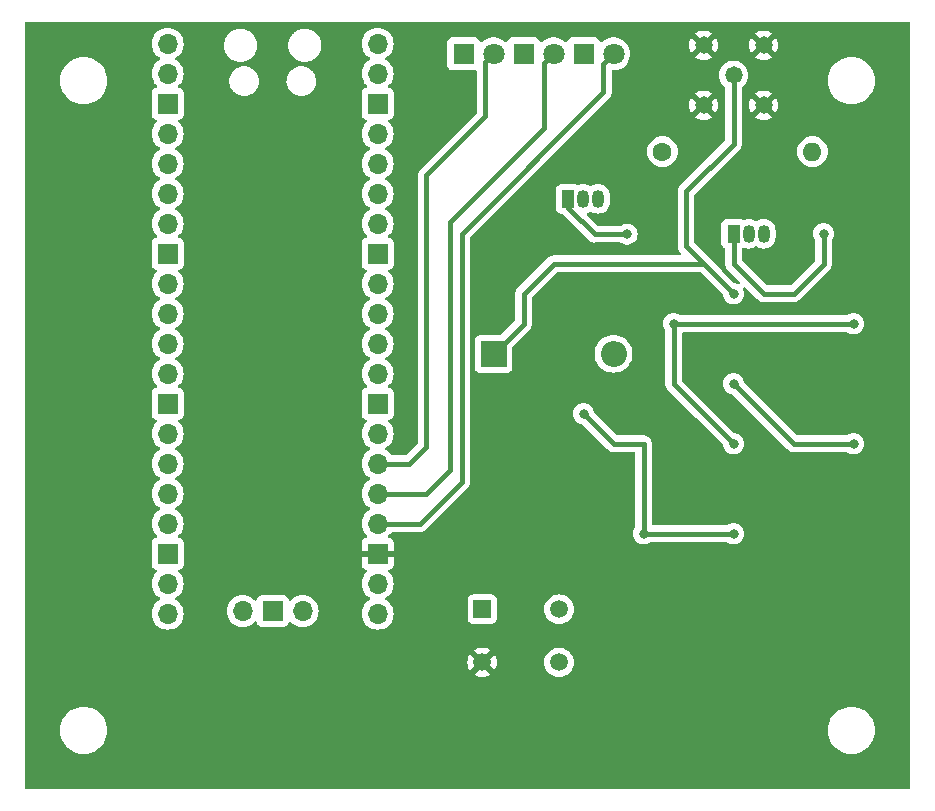
<source format=gbl>
G04 #@! TF.GenerationSoftware,KiCad,Pcbnew,7.0.8-7.0.8~ubuntu22.04.1*
G04 #@! TF.CreationDate,2023-12-12T02:33:24+01:00*
G04 #@! TF.ProjectId,kicad,6b696361-642e-46b6-9963-61645f706362,rev?*
G04 #@! TF.SameCoordinates,Original*
G04 #@! TF.FileFunction,Copper,L2,Bot*
G04 #@! TF.FilePolarity,Positive*
%FSLAX46Y46*%
G04 Gerber Fmt 4.6, Leading zero omitted, Abs format (unit mm)*
G04 Created by KiCad (PCBNEW 7.0.8-7.0.8~ubuntu22.04.1) date 2023-12-12 02:33:24*
%MOMM*%
%LPD*%
G01*
G04 APERTURE LIST*
G04 #@! TA.AperFunction,ComponentPad*
%ADD10R,1.800000X1.800000*%
G04 #@! TD*
G04 #@! TA.AperFunction,ComponentPad*
%ADD11C,1.800000*%
G04 #@! TD*
G04 #@! TA.AperFunction,ComponentPad*
%ADD12O,1.700000X1.700000*%
G04 #@! TD*
G04 #@! TA.AperFunction,ComponentPad*
%ADD13R,1.700000X1.700000*%
G04 #@! TD*
G04 #@! TA.AperFunction,ComponentPad*
%ADD14R,1.050000X1.500000*%
G04 #@! TD*
G04 #@! TA.AperFunction,ComponentPad*
%ADD15O,1.050000X1.500000*%
G04 #@! TD*
G04 #@! TA.AperFunction,ComponentPad*
%ADD16R,2.200000X2.200000*%
G04 #@! TD*
G04 #@! TA.AperFunction,ComponentPad*
%ADD17O,2.200000X2.200000*%
G04 #@! TD*
G04 #@! TA.AperFunction,ComponentPad*
%ADD18C,1.473200*%
G04 #@! TD*
G04 #@! TA.AperFunction,ComponentPad*
%ADD19R,1.498000X1.498000*%
G04 #@! TD*
G04 #@! TA.AperFunction,ComponentPad*
%ADD20C,1.498000*%
G04 #@! TD*
G04 #@! TA.AperFunction,ComponentPad*
%ADD21C,1.600000*%
G04 #@! TD*
G04 #@! TA.AperFunction,ComponentPad*
%ADD22O,1.600000X1.600000*%
G04 #@! TD*
G04 #@! TA.AperFunction,ViaPad*
%ADD23C,0.800000*%
G04 #@! TD*
G04 #@! TA.AperFunction,Conductor*
%ADD24C,0.400000*%
G04 #@! TD*
G04 APERTURE END LIST*
D10*
X137160000Y-45720000D03*
D11*
X139700000Y-45720000D03*
D12*
X112110000Y-44870000D03*
X112110000Y-47410000D03*
D13*
X112110000Y-49950000D03*
D12*
X112110000Y-52490000D03*
X112110000Y-55030000D03*
X112110000Y-57570000D03*
X112110000Y-60110000D03*
D13*
X112110000Y-62650000D03*
D12*
X112110000Y-65190000D03*
X112110000Y-67730000D03*
X112110000Y-70270000D03*
X112110000Y-72810000D03*
D13*
X112110000Y-75350000D03*
D12*
X112110000Y-77890000D03*
X112110000Y-80430000D03*
X112110000Y-82970000D03*
X112110000Y-85510000D03*
D13*
X112110000Y-88050000D03*
D12*
X112110000Y-90590000D03*
X112110000Y-93130000D03*
X129890000Y-93130000D03*
X129890000Y-90590000D03*
D13*
X129890000Y-88050000D03*
D12*
X129890000Y-85510000D03*
X129890000Y-82970000D03*
X129890000Y-80430000D03*
X129890000Y-77890000D03*
D13*
X129890000Y-75350000D03*
D12*
X129890000Y-72810000D03*
X129890000Y-70270000D03*
X129890000Y-67730000D03*
X129890000Y-65190000D03*
D13*
X129890000Y-62650000D03*
D12*
X129890000Y-60110000D03*
X129890000Y-57570000D03*
X129890000Y-55030000D03*
X129890000Y-52490000D03*
D13*
X129890000Y-49950000D03*
D12*
X129890000Y-47410000D03*
X129890000Y-44870000D03*
X118460000Y-92900000D03*
D13*
X121000000Y-92900000D03*
D12*
X123540000Y-92900000D03*
D14*
X160020000Y-60960000D03*
D15*
X161290000Y-60960000D03*
X162560000Y-60960000D03*
D10*
X142240000Y-45720000D03*
D11*
X144780000Y-45720000D03*
D16*
X139700000Y-71120000D03*
D17*
X149860000Y-71120000D03*
D18*
X160020000Y-47540000D03*
X157480000Y-45000000D03*
X157480000Y-50080000D03*
X162560000Y-50080000D03*
X162560000Y-45000000D03*
D10*
X147320000Y-45720000D03*
D11*
X149860000Y-45720000D03*
D19*
X138750000Y-92750000D03*
D20*
X138750000Y-97250000D03*
X145250000Y-92750000D03*
X145250000Y-97250000D03*
D14*
X146000000Y-58000000D03*
D15*
X147270000Y-58000000D03*
X148540000Y-58000000D03*
D21*
X154000000Y-54000000D03*
D22*
X166700000Y-54000000D03*
D23*
X160020000Y-73660000D03*
X170180000Y-78740000D03*
X160020000Y-66040000D03*
X147320000Y-76200000D03*
X160020000Y-86360000D03*
X152400000Y-86360000D03*
X170180000Y-73660000D03*
X165100000Y-81280000D03*
X160020000Y-78740000D03*
X154940000Y-68580000D03*
X170180000Y-68580000D03*
X167640000Y-60960000D03*
X151000000Y-61000000D03*
D24*
X165100000Y-78740000D02*
X170180000Y-78740000D01*
X160020000Y-73660000D02*
X165100000Y-78740000D01*
X160020000Y-53340000D02*
X160020000Y-47540000D01*
X147320000Y-63500000D02*
X144780000Y-63500000D01*
X142240000Y-66040000D02*
X142240000Y-68580000D01*
X142240000Y-68580000D02*
X139700000Y-71120000D01*
X160020000Y-66040000D02*
X157480000Y-63500000D01*
X156000000Y-62020000D02*
X156000000Y-57360000D01*
X144780000Y-63500000D02*
X142240000Y-66040000D01*
X157480000Y-63500000D02*
X147320000Y-63500000D01*
X157480000Y-63500000D02*
X156000000Y-62020000D01*
X156000000Y-57360000D02*
X160020000Y-53340000D01*
X152400000Y-86360000D02*
X152400000Y-78740000D01*
X152400000Y-78740000D02*
X149860000Y-78740000D01*
X149860000Y-78740000D02*
X147320000Y-76200000D01*
X160020000Y-86360000D02*
X152400000Y-86360000D01*
X172720000Y-76200000D02*
X170180000Y-73660000D01*
X170180000Y-81280000D02*
X170980000Y-80480000D01*
X170980000Y-80480000D02*
X172720000Y-78740000D01*
X172720000Y-78740000D02*
X172720000Y-76200000D01*
X165100000Y-81280000D02*
X170180000Y-81280000D01*
X139700000Y-45720000D02*
X139000000Y-46420000D01*
X134000000Y-56000000D02*
X134000000Y-79000000D01*
X134000000Y-79000000D02*
X132570000Y-80430000D01*
X139000000Y-51000000D02*
X134000000Y-56000000D01*
X132570000Y-80430000D02*
X129890000Y-80430000D01*
X139000000Y-46420000D02*
X139000000Y-51000000D01*
X154940000Y-73660000D02*
X154940000Y-68580000D01*
X170180000Y-68580000D02*
X154940000Y-68580000D01*
X160020000Y-78740000D02*
X154940000Y-73660000D01*
X136000000Y-60000000D02*
X136000000Y-81000000D01*
X133970000Y-82970000D02*
X129890000Y-82970000D01*
X144780000Y-45720000D02*
X144000000Y-46500000D01*
X144000000Y-46500000D02*
X144000000Y-52000000D01*
X134000000Y-83000000D02*
X133970000Y-82970000D01*
X136000000Y-81000000D02*
X134000000Y-83000000D01*
X144000000Y-52000000D02*
X136000000Y-60000000D01*
X133490000Y-85510000D02*
X137000000Y-82000000D01*
X149000000Y-46580000D02*
X149860000Y-45720000D01*
X149000000Y-49000000D02*
X149000000Y-46580000D01*
X129890000Y-85510000D02*
X133490000Y-85510000D01*
X137000000Y-61000000D02*
X149000000Y-49000000D01*
X137000000Y-82000000D02*
X137000000Y-61000000D01*
X165100000Y-66040000D02*
X162560000Y-66040000D01*
X151000000Y-61000000D02*
X148250000Y-61000000D01*
X167640000Y-63500000D02*
X167640000Y-60960000D01*
X162560000Y-66040000D02*
X160020000Y-63500000D01*
X165100000Y-66040000D02*
X167640000Y-63500000D01*
X160020000Y-63500000D02*
X160020000Y-60960000D01*
X146000000Y-58750000D02*
X146000000Y-58000000D01*
X148250000Y-61000000D02*
X146000000Y-58750000D01*
G04 #@! TA.AperFunction,Conductor*
G36*
X174942539Y-43020185D02*
G01*
X174988294Y-43072989D01*
X174999500Y-43124500D01*
X174999500Y-107875500D01*
X174979815Y-107942539D01*
X174927011Y-107988294D01*
X174875500Y-107999500D01*
X100124500Y-107999500D01*
X100057461Y-107979815D01*
X100011706Y-107927011D01*
X100000500Y-107875500D01*
X100000500Y-103000001D01*
X102994390Y-103000001D01*
X103014804Y-103285433D01*
X103075628Y-103565037D01*
X103175635Y-103833166D01*
X103312770Y-104084309D01*
X103312775Y-104084317D01*
X103484254Y-104313387D01*
X103484270Y-104313405D01*
X103686594Y-104515729D01*
X103686612Y-104515745D01*
X103915682Y-104687224D01*
X103915690Y-104687229D01*
X104166833Y-104824364D01*
X104166832Y-104824364D01*
X104166836Y-104824365D01*
X104166839Y-104824367D01*
X104434954Y-104924369D01*
X104434960Y-104924370D01*
X104434962Y-104924371D01*
X104714566Y-104985195D01*
X104714568Y-104985195D01*
X104714572Y-104985196D01*
X104928552Y-105000500D01*
X105071448Y-105000500D01*
X105285428Y-104985196D01*
X105565046Y-104924369D01*
X105833161Y-104824367D01*
X106084315Y-104687226D01*
X106313395Y-104515739D01*
X106515739Y-104313395D01*
X106687226Y-104084315D01*
X106824367Y-103833161D01*
X106924369Y-103565046D01*
X106985196Y-103285428D01*
X107005610Y-103000001D01*
X167994390Y-103000001D01*
X168014804Y-103285433D01*
X168075628Y-103565037D01*
X168175635Y-103833166D01*
X168312770Y-104084309D01*
X168312775Y-104084317D01*
X168484254Y-104313387D01*
X168484270Y-104313405D01*
X168686594Y-104515729D01*
X168686612Y-104515745D01*
X168915682Y-104687224D01*
X168915690Y-104687229D01*
X169166833Y-104824364D01*
X169166832Y-104824364D01*
X169166836Y-104824365D01*
X169166839Y-104824367D01*
X169434954Y-104924369D01*
X169434960Y-104924370D01*
X169434962Y-104924371D01*
X169714566Y-104985195D01*
X169714568Y-104985195D01*
X169714572Y-104985196D01*
X169928552Y-105000500D01*
X170071448Y-105000500D01*
X170285428Y-104985196D01*
X170565046Y-104924369D01*
X170833161Y-104824367D01*
X171084315Y-104687226D01*
X171313395Y-104515739D01*
X171515739Y-104313395D01*
X171687226Y-104084315D01*
X171824367Y-103833161D01*
X171924369Y-103565046D01*
X171985196Y-103285428D01*
X172005610Y-103000000D01*
X171985196Y-102714572D01*
X171924369Y-102434954D01*
X171824367Y-102166839D01*
X171687226Y-101915685D01*
X171687224Y-101915682D01*
X171515745Y-101686612D01*
X171515729Y-101686594D01*
X171313405Y-101484270D01*
X171313387Y-101484254D01*
X171084317Y-101312775D01*
X171084309Y-101312770D01*
X170833166Y-101175635D01*
X170833167Y-101175635D01*
X170725915Y-101135632D01*
X170565046Y-101075631D01*
X170565043Y-101075630D01*
X170565037Y-101075628D01*
X170285433Y-101014804D01*
X170071448Y-100999500D01*
X169928552Y-100999500D01*
X169714566Y-101014804D01*
X169434962Y-101075628D01*
X169166833Y-101175635D01*
X168915690Y-101312770D01*
X168915682Y-101312775D01*
X168686612Y-101484254D01*
X168686594Y-101484270D01*
X168484270Y-101686594D01*
X168484254Y-101686612D01*
X168312775Y-101915682D01*
X168312770Y-101915690D01*
X168175635Y-102166833D01*
X168075628Y-102434962D01*
X168014804Y-102714566D01*
X167994390Y-102999998D01*
X167994390Y-103000001D01*
X107005610Y-103000001D01*
X107005610Y-103000000D01*
X106985196Y-102714572D01*
X106924369Y-102434954D01*
X106824367Y-102166839D01*
X106687226Y-101915685D01*
X106687224Y-101915682D01*
X106515745Y-101686612D01*
X106515729Y-101686594D01*
X106313405Y-101484270D01*
X106313387Y-101484254D01*
X106084317Y-101312775D01*
X106084309Y-101312770D01*
X105833166Y-101175635D01*
X105833167Y-101175635D01*
X105725915Y-101135632D01*
X105565046Y-101075631D01*
X105565043Y-101075630D01*
X105565037Y-101075628D01*
X105285433Y-101014804D01*
X105071448Y-100999500D01*
X104928552Y-100999500D01*
X104714566Y-101014804D01*
X104434962Y-101075628D01*
X104166833Y-101175635D01*
X103915690Y-101312770D01*
X103915682Y-101312775D01*
X103686612Y-101484254D01*
X103686594Y-101484270D01*
X103484270Y-101686594D01*
X103484254Y-101686612D01*
X103312775Y-101915682D01*
X103312770Y-101915690D01*
X103175635Y-102166833D01*
X103075628Y-102434962D01*
X103014804Y-102714566D01*
X102994390Y-102999998D01*
X102994390Y-103000001D01*
X100000500Y-103000001D01*
X100000500Y-97250000D01*
X137496229Y-97250000D01*
X137515276Y-97467710D01*
X137515278Y-97467720D01*
X137571838Y-97678807D01*
X137571843Y-97678821D01*
X137664199Y-97876880D01*
X137664202Y-97876886D01*
X137707592Y-97938853D01*
X137707593Y-97938854D01*
X138270951Y-97375495D01*
X138295102Y-97457745D01*
X138372057Y-97577489D01*
X138479631Y-97670702D01*
X138609108Y-97729833D01*
X138621882Y-97731669D01*
X138061144Y-98292406D01*
X138123120Y-98335801D01*
X138321178Y-98428156D01*
X138321192Y-98428161D01*
X138532279Y-98484721D01*
X138532289Y-98484723D01*
X138749999Y-98503771D01*
X138750001Y-98503771D01*
X138967710Y-98484723D01*
X138967720Y-98484721D01*
X139178807Y-98428161D01*
X139178821Y-98428156D01*
X139376882Y-98335799D01*
X139376884Y-98335798D01*
X139438854Y-98292406D01*
X138878117Y-97731669D01*
X138890892Y-97729833D01*
X139020369Y-97670702D01*
X139127943Y-97577489D01*
X139204898Y-97457745D01*
X139229048Y-97375496D01*
X139792406Y-97938854D01*
X139835798Y-97876884D01*
X139835799Y-97876882D01*
X139928156Y-97678821D01*
X139928161Y-97678807D01*
X139984721Y-97467720D01*
X139984723Y-97467710D01*
X140003771Y-97250001D01*
X143995727Y-97250001D01*
X144014781Y-97467796D01*
X144014783Y-97467807D01*
X144071366Y-97678979D01*
X144071368Y-97678983D01*
X144071369Y-97678987D01*
X144163648Y-97876880D01*
X144163768Y-97877137D01*
X144163770Y-97877141D01*
X144289167Y-98056226D01*
X144289172Y-98056232D01*
X144443767Y-98210827D01*
X144443773Y-98210832D01*
X144622858Y-98336229D01*
X144622860Y-98336230D01*
X144622863Y-98336232D01*
X144821013Y-98428631D01*
X145032198Y-98485218D01*
X145187770Y-98498828D01*
X145249998Y-98504273D01*
X145250000Y-98504273D01*
X145250002Y-98504273D01*
X145304450Y-98499509D01*
X145467802Y-98485218D01*
X145678987Y-98428631D01*
X145877137Y-98336232D01*
X146056231Y-98210829D01*
X146210829Y-98056231D01*
X146336232Y-97877137D01*
X146428631Y-97678987D01*
X146485218Y-97467802D01*
X146504273Y-97250000D01*
X146485218Y-97032198D01*
X146428631Y-96821013D01*
X146336352Y-96623121D01*
X146336233Y-96622866D01*
X146210830Y-96443770D01*
X146210826Y-96443766D01*
X146056231Y-96289171D01*
X146056227Y-96289168D01*
X146056226Y-96289167D01*
X145877141Y-96163770D01*
X145877137Y-96163768D01*
X145877133Y-96163766D01*
X145678987Y-96071369D01*
X145678983Y-96071368D01*
X145678979Y-96071366D01*
X145467807Y-96014783D01*
X145467803Y-96014782D01*
X145467802Y-96014782D01*
X145467801Y-96014781D01*
X145467796Y-96014781D01*
X145250002Y-95995727D01*
X145249998Y-95995727D01*
X145032203Y-96014781D01*
X145032192Y-96014783D01*
X144821020Y-96071366D01*
X144821011Y-96071370D01*
X144622866Y-96163766D01*
X144443766Y-96289172D01*
X144289172Y-96443766D01*
X144163766Y-96622866D01*
X144071370Y-96821011D01*
X144071366Y-96821020D01*
X144014783Y-97032192D01*
X144014781Y-97032203D01*
X143995727Y-97249998D01*
X143995727Y-97250001D01*
X140003771Y-97250001D01*
X140003771Y-97250000D01*
X140003771Y-97249999D01*
X139984723Y-97032289D01*
X139984721Y-97032279D01*
X139928161Y-96821192D01*
X139928156Y-96821178D01*
X139835799Y-96623118D01*
X139835793Y-96623108D01*
X139792406Y-96561145D01*
X139229048Y-97124503D01*
X139204898Y-97042255D01*
X139127943Y-96922511D01*
X139020369Y-96829298D01*
X138890892Y-96770167D01*
X138878117Y-96768330D01*
X139438854Y-96207593D01*
X139438853Y-96207592D01*
X139376886Y-96164202D01*
X139376880Y-96164199D01*
X139178821Y-96071843D01*
X139178807Y-96071838D01*
X138967720Y-96015278D01*
X138967710Y-96015276D01*
X138750001Y-95996229D01*
X138749999Y-95996229D01*
X138532289Y-96015276D01*
X138532279Y-96015278D01*
X138321192Y-96071838D01*
X138321178Y-96071843D01*
X138123121Y-96164198D01*
X138061145Y-96207593D01*
X138621883Y-96768330D01*
X138609108Y-96770167D01*
X138479631Y-96829298D01*
X138372057Y-96922511D01*
X138295102Y-97042255D01*
X138270951Y-97124503D01*
X137707593Y-96561145D01*
X137664198Y-96623121D01*
X137571843Y-96821178D01*
X137571838Y-96821192D01*
X137515278Y-97032279D01*
X137515276Y-97032289D01*
X137496229Y-97249999D01*
X137496229Y-97250000D01*
X100000500Y-97250000D01*
X100000500Y-93130000D01*
X110754341Y-93130000D01*
X110774936Y-93365403D01*
X110774938Y-93365413D01*
X110836094Y-93593655D01*
X110836096Y-93593659D01*
X110836097Y-93593663D01*
X110931322Y-93797873D01*
X110935965Y-93807830D01*
X110935967Y-93807834D01*
X111020549Y-93928629D01*
X111071505Y-94001401D01*
X111238599Y-94168495D01*
X111274733Y-94193796D01*
X111432165Y-94304032D01*
X111432167Y-94304033D01*
X111432170Y-94304035D01*
X111646337Y-94403903D01*
X111874592Y-94465063D01*
X112062918Y-94481539D01*
X112109999Y-94485659D01*
X112110000Y-94485659D01*
X112110001Y-94485659D01*
X112149234Y-94482226D01*
X112345408Y-94465063D01*
X112573663Y-94403903D01*
X112787830Y-94304035D01*
X112981401Y-94168495D01*
X113148495Y-94001401D01*
X113284035Y-93807830D01*
X113383903Y-93593663D01*
X113445063Y-93365408D01*
X113465659Y-93130000D01*
X113445536Y-92900000D01*
X117104341Y-92900000D01*
X117124936Y-93135403D01*
X117124938Y-93135413D01*
X117186094Y-93363655D01*
X117186096Y-93363659D01*
X117186097Y-93363663D01*
X117271531Y-93546876D01*
X117285965Y-93577830D01*
X117285967Y-93577834D01*
X117379092Y-93710829D01*
X117421505Y-93771401D01*
X117588599Y-93938495D01*
X117666570Y-93993091D01*
X117782165Y-94074032D01*
X117782167Y-94074033D01*
X117782170Y-94074035D01*
X117996337Y-94173903D01*
X118224592Y-94235063D01*
X118401034Y-94250500D01*
X118459999Y-94255659D01*
X118460000Y-94255659D01*
X118460001Y-94255659D01*
X118518966Y-94250500D01*
X118695408Y-94235063D01*
X118923663Y-94173903D01*
X119137830Y-94074035D01*
X119331401Y-93938495D01*
X119453329Y-93816566D01*
X119514648Y-93783084D01*
X119584340Y-93788068D01*
X119640274Y-93829939D01*
X119657189Y-93860917D01*
X119706202Y-93992328D01*
X119706206Y-93992335D01*
X119792452Y-94107544D01*
X119792455Y-94107547D01*
X119907664Y-94193793D01*
X119907671Y-94193797D01*
X120042517Y-94244091D01*
X120042516Y-94244091D01*
X120049444Y-94244835D01*
X120102127Y-94250500D01*
X121897872Y-94250499D01*
X121957483Y-94244091D01*
X122092331Y-94193796D01*
X122207546Y-94107546D01*
X122293796Y-93992331D01*
X122342810Y-93860916D01*
X122384681Y-93804984D01*
X122450145Y-93780566D01*
X122518418Y-93795417D01*
X122546673Y-93816569D01*
X122668599Y-93938495D01*
X122746570Y-93993091D01*
X122862165Y-94074032D01*
X122862167Y-94074033D01*
X122862170Y-94074035D01*
X123076337Y-94173903D01*
X123304592Y-94235063D01*
X123481034Y-94250500D01*
X123539999Y-94255659D01*
X123540000Y-94255659D01*
X123540001Y-94255659D01*
X123598966Y-94250500D01*
X123775408Y-94235063D01*
X124003663Y-94173903D01*
X124217830Y-94074035D01*
X124411401Y-93938495D01*
X124578495Y-93771401D01*
X124714035Y-93577830D01*
X124813903Y-93363663D01*
X124875063Y-93135408D01*
X124875536Y-93130000D01*
X128534341Y-93130000D01*
X128554936Y-93365403D01*
X128554938Y-93365413D01*
X128616094Y-93593655D01*
X128616096Y-93593659D01*
X128616097Y-93593663D01*
X128711322Y-93797873D01*
X128715965Y-93807830D01*
X128715967Y-93807834D01*
X128800549Y-93928629D01*
X128851505Y-94001401D01*
X129018599Y-94168495D01*
X129054733Y-94193796D01*
X129212165Y-94304032D01*
X129212167Y-94304033D01*
X129212170Y-94304035D01*
X129426337Y-94403903D01*
X129654592Y-94465063D01*
X129842918Y-94481539D01*
X129889999Y-94485659D01*
X129890000Y-94485659D01*
X129890001Y-94485659D01*
X129929234Y-94482226D01*
X130125408Y-94465063D01*
X130353663Y-94403903D01*
X130567830Y-94304035D01*
X130761401Y-94168495D01*
X130928495Y-94001401D01*
X131064035Y-93807830D01*
X131163903Y-93593663D01*
X131176441Y-93546870D01*
X137500500Y-93546870D01*
X137500501Y-93546876D01*
X137506908Y-93606483D01*
X137557202Y-93741328D01*
X137557206Y-93741335D01*
X137643452Y-93856544D01*
X137643455Y-93856547D01*
X137758664Y-93942793D01*
X137758671Y-93942797D01*
X137893517Y-93993091D01*
X137893516Y-93993091D01*
X137900444Y-93993835D01*
X137953127Y-93999500D01*
X139546872Y-93999499D01*
X139606483Y-93993091D01*
X139741331Y-93942796D01*
X139856546Y-93856546D01*
X139942796Y-93741331D01*
X139993091Y-93606483D01*
X139999500Y-93546873D01*
X139999500Y-92750001D01*
X143995727Y-92750001D01*
X144014781Y-92967796D01*
X144014783Y-92967807D01*
X144071366Y-93178979D01*
X144071368Y-93178983D01*
X144071369Y-93178987D01*
X144157481Y-93363655D01*
X144163768Y-93377137D01*
X144163770Y-93377141D01*
X144289167Y-93556226D01*
X144289172Y-93556232D01*
X144443767Y-93710827D01*
X144443773Y-93710832D01*
X144622858Y-93836229D01*
X144622860Y-93836230D01*
X144622863Y-93836232D01*
X144821013Y-93928631D01*
X145032198Y-93985218D01*
X145187770Y-93998828D01*
X145249998Y-94004273D01*
X145250000Y-94004273D01*
X145250002Y-94004273D01*
X145304579Y-93999498D01*
X145467802Y-93985218D01*
X145678987Y-93928631D01*
X145877137Y-93836232D01*
X146056231Y-93710829D01*
X146210829Y-93556231D01*
X146336232Y-93377137D01*
X146428631Y-93178987D01*
X146485218Y-92967802D01*
X146504273Y-92750000D01*
X146485218Y-92532198D01*
X146428631Y-92321013D01*
X146336232Y-92122864D01*
X146251692Y-92002128D01*
X146210830Y-91943770D01*
X146149560Y-91882500D01*
X146056231Y-91789171D01*
X146056227Y-91789168D01*
X146056226Y-91789167D01*
X145877141Y-91663770D01*
X145877137Y-91663768D01*
X145877133Y-91663766D01*
X145678987Y-91571369D01*
X145678983Y-91571368D01*
X145678979Y-91571366D01*
X145467807Y-91514783D01*
X145467803Y-91514782D01*
X145467802Y-91514782D01*
X145467801Y-91514781D01*
X145467796Y-91514781D01*
X145250002Y-91495727D01*
X145249998Y-91495727D01*
X145032203Y-91514781D01*
X145032192Y-91514783D01*
X144821020Y-91571366D01*
X144821011Y-91571370D01*
X144622866Y-91663766D01*
X144443766Y-91789172D01*
X144289172Y-91943766D01*
X144163766Y-92122866D01*
X144071370Y-92321011D01*
X144071366Y-92321020D01*
X144014783Y-92532192D01*
X144014781Y-92532203D01*
X143995727Y-92749998D01*
X143995727Y-92750001D01*
X139999500Y-92750001D01*
X139999499Y-91953128D01*
X139993091Y-91893517D01*
X139981151Y-91861505D01*
X139942797Y-91758671D01*
X139942793Y-91758664D01*
X139856547Y-91643455D01*
X139856544Y-91643452D01*
X139741335Y-91557206D01*
X139741328Y-91557202D01*
X139606482Y-91506908D01*
X139606483Y-91506908D01*
X139546883Y-91500501D01*
X139546881Y-91500500D01*
X139546873Y-91500500D01*
X139546864Y-91500500D01*
X137953129Y-91500500D01*
X137953123Y-91500501D01*
X137893516Y-91506908D01*
X137758671Y-91557202D01*
X137758664Y-91557206D01*
X137643455Y-91643452D01*
X137643452Y-91643455D01*
X137557206Y-91758664D01*
X137557202Y-91758671D01*
X137506908Y-91893517D01*
X137501506Y-91943766D01*
X137500501Y-91953123D01*
X137500500Y-91953135D01*
X137500500Y-93546870D01*
X131176441Y-93546870D01*
X131225063Y-93365408D01*
X131245659Y-93130000D01*
X131225063Y-92894592D01*
X131163903Y-92666337D01*
X131064035Y-92452171D01*
X130972203Y-92321020D01*
X130928494Y-92258597D01*
X130761402Y-92091506D01*
X130761396Y-92091501D01*
X130575842Y-91961575D01*
X130532217Y-91906998D01*
X130525023Y-91837500D01*
X130556546Y-91775145D01*
X130575842Y-91758425D01*
X130622197Y-91725967D01*
X130761401Y-91628495D01*
X130928495Y-91461401D01*
X131064035Y-91267830D01*
X131163903Y-91053663D01*
X131225063Y-90825408D01*
X131245659Y-90590000D01*
X131225063Y-90354592D01*
X131163903Y-90126337D01*
X131064035Y-89912171D01*
X130928495Y-89718599D01*
X130806179Y-89596283D01*
X130772696Y-89534963D01*
X130777680Y-89465271D01*
X130819551Y-89409337D01*
X130850529Y-89392422D01*
X130982086Y-89343354D01*
X130982093Y-89343350D01*
X131097187Y-89257190D01*
X131097190Y-89257187D01*
X131183350Y-89142093D01*
X131183354Y-89142086D01*
X131233596Y-89007379D01*
X131233598Y-89007372D01*
X131239999Y-88947844D01*
X131240000Y-88947827D01*
X131240000Y-88300000D01*
X130335572Y-88300000D01*
X130358682Y-88264040D01*
X130400000Y-88123327D01*
X130400000Y-87976673D01*
X130358682Y-87835960D01*
X130335572Y-87800000D01*
X131240000Y-87800000D01*
X131240000Y-87152172D01*
X131239999Y-87152155D01*
X131233598Y-87092627D01*
X131233596Y-87092620D01*
X131183354Y-86957913D01*
X131183350Y-86957906D01*
X131097190Y-86842812D01*
X131097187Y-86842809D01*
X130982093Y-86756649D01*
X130982088Y-86756646D01*
X130850528Y-86707577D01*
X130794595Y-86665705D01*
X130770178Y-86600241D01*
X130785030Y-86531968D01*
X130806175Y-86503720D01*
X130928495Y-86381401D01*
X131011136Y-86263376D01*
X131065713Y-86219752D01*
X131112711Y-86210500D01*
X133466952Y-86210500D01*
X133470697Y-86210613D01*
X133478042Y-86211057D01*
X133532606Y-86214358D01*
X133570314Y-86207447D01*
X133593621Y-86203177D01*
X133597325Y-86202613D01*
X133615170Y-86200446D01*
X133658872Y-86195140D01*
X133668335Y-86191550D01*
X133689961Y-86185522D01*
X133690893Y-86185351D01*
X133699932Y-86183695D01*
X133756512Y-86158229D01*
X133759942Y-86156809D01*
X133817930Y-86134818D01*
X133826266Y-86129062D01*
X133845821Y-86118034D01*
X133855057Y-86113878D01*
X133903896Y-86075613D01*
X133906876Y-86073421D01*
X133957929Y-86038183D01*
X133999065Y-85991748D01*
X134001599Y-85989056D01*
X137479048Y-82511606D01*
X137481740Y-82509072D01*
X137528183Y-82467929D01*
X137563427Y-82416867D01*
X137565634Y-82413869D01*
X137603878Y-82365056D01*
X137608037Y-82355813D01*
X137619061Y-82336268D01*
X137624818Y-82327930D01*
X137646810Y-82269939D01*
X137648232Y-82266503D01*
X137673695Y-82209931D01*
X137675522Y-82199959D01*
X137681546Y-82178347D01*
X137685140Y-82168872D01*
X137692613Y-82107324D01*
X137693177Y-82103619D01*
X137696535Y-82085289D01*
X137704358Y-82042606D01*
X137700613Y-81980696D01*
X137700500Y-81976951D01*
X137700500Y-76200000D01*
X146414540Y-76200000D01*
X146434326Y-76388256D01*
X146434327Y-76388259D01*
X146492818Y-76568277D01*
X146492821Y-76568284D01*
X146587467Y-76732216D01*
X146694876Y-76851505D01*
X146714129Y-76872888D01*
X146867265Y-76984148D01*
X146867270Y-76984151D01*
X147040191Y-77061142D01*
X147040193Y-77061142D01*
X147040197Y-77061144D01*
X147195130Y-77094075D01*
X147256607Y-77127266D01*
X147257026Y-77127683D01*
X149348399Y-79219056D01*
X149350935Y-79221750D01*
X149392071Y-79268183D01*
X149423431Y-79289829D01*
X149443110Y-79303413D01*
X149446127Y-79305633D01*
X149494938Y-79343874D01*
X149494940Y-79343875D01*
X149494943Y-79343877D01*
X149504174Y-79348031D01*
X149523727Y-79359059D01*
X149532070Y-79364818D01*
X149590044Y-79386804D01*
X149590057Y-79386809D01*
X149593508Y-79388238D01*
X149623093Y-79401553D01*
X149650063Y-79413692D01*
X149650064Y-79413692D01*
X149650068Y-79413694D01*
X149660030Y-79415519D01*
X149681651Y-79421546D01*
X149691125Y-79425139D01*
X149691128Y-79425140D01*
X149707871Y-79427173D01*
X149752689Y-79432615D01*
X149756386Y-79433177D01*
X149817394Y-79444357D01*
X149817395Y-79444356D01*
X149817396Y-79444357D01*
X149879292Y-79440613D01*
X149883036Y-79440500D01*
X151575500Y-79440500D01*
X151642539Y-79460185D01*
X151688294Y-79512989D01*
X151699500Y-79564500D01*
X151699500Y-85744608D01*
X151679815Y-85811647D01*
X151667656Y-85827574D01*
X151667468Y-85827782D01*
X151667464Y-85827787D01*
X151572821Y-85991715D01*
X151572818Y-85991722D01*
X151530274Y-86122660D01*
X151514326Y-86171744D01*
X151494540Y-86360000D01*
X151514326Y-86548256D01*
X151514327Y-86548259D01*
X151572818Y-86728277D01*
X151572821Y-86728284D01*
X151667467Y-86892216D01*
X151726615Y-86957906D01*
X151794129Y-87032888D01*
X151947265Y-87144148D01*
X151947270Y-87144151D01*
X152120192Y-87221142D01*
X152120197Y-87221144D01*
X152305354Y-87260500D01*
X152305355Y-87260500D01*
X152494644Y-87260500D01*
X152494646Y-87260500D01*
X152679803Y-87221144D01*
X152852730Y-87144151D01*
X152923657Y-87092620D01*
X152935271Y-87084182D01*
X153001077Y-87060702D01*
X153008156Y-87060500D01*
X159411844Y-87060500D01*
X159478883Y-87080185D01*
X159484729Y-87084182D01*
X159567265Y-87144148D01*
X159567270Y-87144151D01*
X159740192Y-87221142D01*
X159740197Y-87221144D01*
X159925354Y-87260500D01*
X159925355Y-87260500D01*
X160114644Y-87260500D01*
X160114646Y-87260500D01*
X160299803Y-87221144D01*
X160472730Y-87144151D01*
X160625871Y-87032888D01*
X160752533Y-86892216D01*
X160847179Y-86728284D01*
X160905674Y-86548256D01*
X160925460Y-86360000D01*
X160905674Y-86171744D01*
X160847179Y-85991716D01*
X160752533Y-85827784D01*
X160625871Y-85687112D01*
X160625870Y-85687111D01*
X160472734Y-85575851D01*
X160472729Y-85575848D01*
X160299807Y-85498857D01*
X160299802Y-85498855D01*
X160154001Y-85467865D01*
X160114646Y-85459500D01*
X159925354Y-85459500D01*
X159892897Y-85466398D01*
X159740197Y-85498855D01*
X159740192Y-85498857D01*
X159567270Y-85575848D01*
X159567265Y-85575851D01*
X159484729Y-85635818D01*
X159418923Y-85659298D01*
X159411844Y-85659500D01*
X153224500Y-85659500D01*
X153157461Y-85639815D01*
X153111706Y-85587011D01*
X153100500Y-85535500D01*
X153100500Y-78654943D01*
X153091183Y-78617147D01*
X153089832Y-78609773D01*
X153085140Y-78571130D01*
X153085140Y-78571128D01*
X153071329Y-78534712D01*
X153069110Y-78527590D01*
X153059790Y-78489775D01*
X153041687Y-78455283D01*
X153038627Y-78448484D01*
X153024818Y-78412070D01*
X153002694Y-78380018D01*
X152998823Y-78373614D01*
X152980736Y-78339151D01*
X152980732Y-78339145D01*
X152966150Y-78322685D01*
X152954916Y-78310005D01*
X152950299Y-78304111D01*
X152928185Y-78272073D01*
X152928183Y-78272071D01*
X152899037Y-78246250D01*
X152893743Y-78240955D01*
X152867933Y-78211821D01*
X152867930Y-78211819D01*
X152867929Y-78211817D01*
X152862088Y-78207785D01*
X152835882Y-78189695D01*
X152829986Y-78185075D01*
X152800851Y-78159265D01*
X152800848Y-78159263D01*
X152766387Y-78141177D01*
X152759974Y-78137300D01*
X152727933Y-78115183D01*
X152727931Y-78115182D01*
X152691524Y-78101374D01*
X152684693Y-78098299D01*
X152650226Y-78080210D01*
X152650221Y-78080209D01*
X152648601Y-78079809D01*
X152612424Y-78070892D01*
X152605276Y-78068665D01*
X152568876Y-78054861D01*
X152568869Y-78054859D01*
X152530223Y-78050166D01*
X152522855Y-78048816D01*
X152485058Y-78039500D01*
X152485056Y-78039500D01*
X152442372Y-78039500D01*
X150201519Y-78039500D01*
X150134480Y-78019815D01*
X150113838Y-78003181D01*
X148246503Y-76135846D01*
X148213018Y-76074523D01*
X148210865Y-76061143D01*
X148205674Y-76011744D01*
X148147179Y-75831716D01*
X148052533Y-75667784D01*
X147925871Y-75527112D01*
X147925870Y-75527111D01*
X147772734Y-75415851D01*
X147772729Y-75415848D01*
X147599807Y-75338857D01*
X147599802Y-75338855D01*
X147454001Y-75307865D01*
X147414646Y-75299500D01*
X147225354Y-75299500D01*
X147192897Y-75306398D01*
X147040197Y-75338855D01*
X147040192Y-75338857D01*
X146867270Y-75415848D01*
X146867265Y-75415851D01*
X146714129Y-75527111D01*
X146587466Y-75667785D01*
X146492821Y-75831715D01*
X146492818Y-75831722D01*
X146434327Y-76011740D01*
X146434326Y-76011744D01*
X146414540Y-76200000D01*
X137700500Y-76200000D01*
X137700500Y-72267870D01*
X138099500Y-72267870D01*
X138099501Y-72267876D01*
X138105908Y-72327483D01*
X138156202Y-72462328D01*
X138156206Y-72462335D01*
X138242452Y-72577544D01*
X138242455Y-72577547D01*
X138357664Y-72663793D01*
X138357671Y-72663797D01*
X138492517Y-72714091D01*
X138492516Y-72714091D01*
X138499444Y-72714835D01*
X138552127Y-72720500D01*
X140847872Y-72720499D01*
X140907483Y-72714091D01*
X141042331Y-72663796D01*
X141157546Y-72577546D01*
X141243796Y-72462331D01*
X141294091Y-72327483D01*
X141300500Y-72267873D01*
X141300499Y-71120000D01*
X148254551Y-71120000D01*
X148274317Y-71371151D01*
X148333126Y-71616110D01*
X148429533Y-71848859D01*
X148561160Y-72063653D01*
X148561161Y-72063656D01*
X148561164Y-72063659D01*
X148724776Y-72255224D01*
X148831456Y-72346337D01*
X148916343Y-72418838D01*
X148916346Y-72418839D01*
X149131140Y-72550466D01*
X149363889Y-72646873D01*
X149608852Y-72705683D01*
X149860000Y-72725449D01*
X150111148Y-72705683D01*
X150356111Y-72646873D01*
X150588859Y-72550466D01*
X150803659Y-72418836D01*
X150995224Y-72255224D01*
X151158836Y-72063659D01*
X151290466Y-71848859D01*
X151386873Y-71616111D01*
X151445683Y-71371148D01*
X151465449Y-71120000D01*
X151445683Y-70868852D01*
X151386873Y-70623889D01*
X151290466Y-70391141D01*
X151290466Y-70391140D01*
X151158839Y-70176346D01*
X151158838Y-70176343D01*
X151037774Y-70034596D01*
X150995224Y-69984776D01*
X150868571Y-69876604D01*
X150803656Y-69821161D01*
X150803653Y-69821160D01*
X150588859Y-69689533D01*
X150356110Y-69593126D01*
X150111151Y-69534317D01*
X149860000Y-69514551D01*
X149608848Y-69534317D01*
X149363889Y-69593126D01*
X149131140Y-69689533D01*
X148916346Y-69821160D01*
X148916343Y-69821161D01*
X148724776Y-69984776D01*
X148561161Y-70176343D01*
X148561160Y-70176346D01*
X148429533Y-70391140D01*
X148333126Y-70623889D01*
X148274317Y-70868848D01*
X148254551Y-71120000D01*
X141300499Y-71120000D01*
X141300499Y-70561517D01*
X141320184Y-70494479D01*
X141336813Y-70473842D01*
X142719056Y-69091599D01*
X142721748Y-69089065D01*
X142768183Y-69047929D01*
X142803427Y-68996866D01*
X142805617Y-68993890D01*
X142843877Y-68945057D01*
X142848029Y-68935828D01*
X142859062Y-68916268D01*
X142859837Y-68915145D01*
X142864818Y-68907930D01*
X142886812Y-68849933D01*
X142888231Y-68846505D01*
X142913694Y-68789932D01*
X142915520Y-68779965D01*
X142921548Y-68758340D01*
X142925140Y-68748872D01*
X142932615Y-68687309D01*
X142933179Y-68683605D01*
X142937456Y-68660258D01*
X142944357Y-68622606D01*
X142943074Y-68601402D01*
X142941780Y-68580000D01*
X154034540Y-68580000D01*
X154054326Y-68768256D01*
X154054327Y-68768259D01*
X154112818Y-68948277D01*
X154112821Y-68948284D01*
X154207466Y-69112215D01*
X154207648Y-69112417D01*
X154207716Y-69112559D01*
X154211285Y-69117471D01*
X154210386Y-69118123D01*
X154237879Y-69175408D01*
X154239500Y-69195391D01*
X154239500Y-73636951D01*
X154239387Y-73640696D01*
X154235642Y-73702603D01*
X154235642Y-73702605D01*
X154246821Y-73763612D01*
X154247384Y-73767313D01*
X154254859Y-73828870D01*
X154254860Y-73828874D01*
X154258451Y-73838343D01*
X154264474Y-73859946D01*
X154266304Y-73869930D01*
X154291759Y-73926490D01*
X154293189Y-73929941D01*
X154315182Y-73987930D01*
X154315183Y-73987931D01*
X154320936Y-73996266D01*
X154331961Y-74015813D01*
X154336120Y-74025055D01*
X154336124Y-74025060D01*
X154338650Y-74028284D01*
X154360522Y-74056202D01*
X154374371Y-74073878D01*
X154376591Y-74076896D01*
X154411812Y-74127924D01*
X154411816Y-74127928D01*
X154411817Y-74127929D01*
X154458250Y-74169064D01*
X154460941Y-74171598D01*
X156846887Y-76557544D01*
X159093495Y-78804152D01*
X159126980Y-78865475D01*
X159129134Y-78878869D01*
X159134325Y-78928249D01*
X159134327Y-78928260D01*
X159192818Y-79108277D01*
X159192821Y-79108284D01*
X159287467Y-79272216D01*
X159394872Y-79391501D01*
X159414129Y-79412888D01*
X159567265Y-79524148D01*
X159567270Y-79524151D01*
X159740192Y-79601142D01*
X159740197Y-79601144D01*
X159925354Y-79640500D01*
X159925355Y-79640500D01*
X160114644Y-79640500D01*
X160114646Y-79640500D01*
X160299803Y-79601144D01*
X160472730Y-79524151D01*
X160625871Y-79412888D01*
X160752533Y-79272216D01*
X160847179Y-79108284D01*
X160905674Y-78928256D01*
X160925460Y-78740000D01*
X160905674Y-78551744D01*
X160847179Y-78371716D01*
X160752533Y-78207784D01*
X160625871Y-78067112D01*
X160609008Y-78054860D01*
X160472734Y-77955851D01*
X160472729Y-77955848D01*
X160299807Y-77878857D01*
X160299802Y-77878855D01*
X160163490Y-77849882D01*
X160144872Y-77845924D01*
X160083391Y-77812733D01*
X160082973Y-77812316D01*
X155930657Y-73660000D01*
X159114540Y-73660000D01*
X159134326Y-73848256D01*
X159134327Y-73848259D01*
X159192818Y-74028277D01*
X159192821Y-74028284D01*
X159287467Y-74192216D01*
X159414129Y-74332888D01*
X159567265Y-74444148D01*
X159567270Y-74444151D01*
X159740191Y-74521142D01*
X159740193Y-74521142D01*
X159740197Y-74521144D01*
X159895130Y-74554075D01*
X159956607Y-74587266D01*
X159957026Y-74587683D01*
X164588399Y-79219056D01*
X164590935Y-79221750D01*
X164632071Y-79268183D01*
X164637911Y-79272214D01*
X164683106Y-79303410D01*
X164686122Y-79305630D01*
X164712490Y-79326287D01*
X164734943Y-79343878D01*
X164741845Y-79346984D01*
X164744182Y-79348036D01*
X164763733Y-79359063D01*
X164772070Y-79364818D01*
X164830065Y-79386812D01*
X164833474Y-79388223D01*
X164880787Y-79409517D01*
X164890064Y-79413693D01*
X164890065Y-79413693D01*
X164890069Y-79413695D01*
X164899068Y-79415344D01*
X164900034Y-79415521D01*
X164921656Y-79421548D01*
X164924777Y-79422731D01*
X164931128Y-79425140D01*
X164976251Y-79430618D01*
X164992674Y-79432613D01*
X164996371Y-79433175D01*
X165057394Y-79444358D01*
X165112752Y-79441009D01*
X165119303Y-79440613D01*
X165123048Y-79440500D01*
X169571844Y-79440500D01*
X169638883Y-79460185D01*
X169644729Y-79464182D01*
X169727265Y-79524148D01*
X169727270Y-79524151D01*
X169900192Y-79601142D01*
X169900197Y-79601144D01*
X170085354Y-79640500D01*
X170085355Y-79640500D01*
X170274644Y-79640500D01*
X170274646Y-79640500D01*
X170459803Y-79601144D01*
X170632730Y-79524151D01*
X170785871Y-79412888D01*
X170912533Y-79272216D01*
X171007179Y-79108284D01*
X171065674Y-78928256D01*
X171085460Y-78740000D01*
X171065674Y-78551744D01*
X171007179Y-78371716D01*
X170912533Y-78207784D01*
X170785871Y-78067112D01*
X170769008Y-78054860D01*
X170632734Y-77955851D01*
X170632729Y-77955848D01*
X170459807Y-77878857D01*
X170459802Y-77878855D01*
X170314001Y-77847865D01*
X170274646Y-77839500D01*
X170085354Y-77839500D01*
X170052897Y-77846398D01*
X169900197Y-77878855D01*
X169900192Y-77878857D01*
X169727270Y-77955848D01*
X169727265Y-77955851D01*
X169644729Y-78015818D01*
X169578923Y-78039298D01*
X169571844Y-78039500D01*
X165441519Y-78039500D01*
X165374480Y-78019815D01*
X165353838Y-78003181D01*
X160946503Y-73595846D01*
X160913018Y-73534523D01*
X160910865Y-73521143D01*
X160905674Y-73471744D01*
X160847179Y-73291716D01*
X160752533Y-73127784D01*
X160625871Y-72987112D01*
X160625870Y-72987111D01*
X160472734Y-72875851D01*
X160472729Y-72875848D01*
X160299807Y-72798857D01*
X160299802Y-72798855D01*
X160154001Y-72767865D01*
X160114646Y-72759500D01*
X159925354Y-72759500D01*
X159892897Y-72766398D01*
X159740197Y-72798855D01*
X159740192Y-72798857D01*
X159567270Y-72875848D01*
X159567265Y-72875851D01*
X159414129Y-72987111D01*
X159287466Y-73127785D01*
X159192821Y-73291715D01*
X159192818Y-73291722D01*
X159134327Y-73471740D01*
X159134326Y-73471744D01*
X159114540Y-73660000D01*
X155930657Y-73660000D01*
X155676819Y-73406162D01*
X155643334Y-73344839D01*
X155640500Y-73318481D01*
X155640500Y-69404500D01*
X155660185Y-69337461D01*
X155712989Y-69291706D01*
X155764500Y-69280500D01*
X169571844Y-69280500D01*
X169638883Y-69300185D01*
X169644729Y-69304182D01*
X169727265Y-69364148D01*
X169727270Y-69364151D01*
X169900192Y-69441142D01*
X169900197Y-69441144D01*
X170085354Y-69480500D01*
X170085355Y-69480500D01*
X170274644Y-69480500D01*
X170274646Y-69480500D01*
X170459803Y-69441144D01*
X170632730Y-69364151D01*
X170785871Y-69252888D01*
X170912533Y-69112216D01*
X171007179Y-68948284D01*
X171065674Y-68768256D01*
X171085460Y-68580000D01*
X171065674Y-68391744D01*
X171007179Y-68211716D01*
X170912533Y-68047784D01*
X170785871Y-67907112D01*
X170785870Y-67907111D01*
X170632734Y-67795851D01*
X170632729Y-67795848D01*
X170459807Y-67718857D01*
X170459802Y-67718855D01*
X170314001Y-67687865D01*
X170274646Y-67679500D01*
X170085354Y-67679500D01*
X170052897Y-67686398D01*
X169900197Y-67718855D01*
X169900192Y-67718857D01*
X169727270Y-67795848D01*
X169727265Y-67795851D01*
X169644729Y-67855818D01*
X169578923Y-67879298D01*
X169571844Y-67879500D01*
X155548156Y-67879500D01*
X155481117Y-67859815D01*
X155475271Y-67855818D01*
X155392734Y-67795851D01*
X155392729Y-67795848D01*
X155219807Y-67718857D01*
X155219802Y-67718855D01*
X155074001Y-67687865D01*
X155034646Y-67679500D01*
X154845354Y-67679500D01*
X154812897Y-67686398D01*
X154660197Y-67718855D01*
X154660192Y-67718857D01*
X154487270Y-67795848D01*
X154487265Y-67795851D01*
X154334129Y-67907111D01*
X154207466Y-68047785D01*
X154112821Y-68211715D01*
X154112818Y-68211722D01*
X154082342Y-68305519D01*
X154054326Y-68391744D01*
X154034540Y-68580000D01*
X142941780Y-68580000D01*
X142940613Y-68560707D01*
X142940500Y-68556963D01*
X142940500Y-66381519D01*
X142960185Y-66314480D01*
X142976819Y-66293838D01*
X145033838Y-64236819D01*
X145095161Y-64203334D01*
X145121519Y-64200500D01*
X147277628Y-64200500D01*
X157138481Y-64200500D01*
X157205520Y-64220185D01*
X157226162Y-64236819D01*
X159093495Y-66104152D01*
X159126980Y-66165475D01*
X159129134Y-66178869D01*
X159134325Y-66228249D01*
X159134327Y-66228260D01*
X159192818Y-66408277D01*
X159192821Y-66408284D01*
X159287467Y-66572216D01*
X159394872Y-66691501D01*
X159414129Y-66712888D01*
X159567265Y-66824148D01*
X159567270Y-66824151D01*
X159740192Y-66901142D01*
X159740197Y-66901144D01*
X159925354Y-66940500D01*
X159925355Y-66940500D01*
X160114644Y-66940500D01*
X160114646Y-66940500D01*
X160299803Y-66901144D01*
X160472730Y-66824151D01*
X160625871Y-66712888D01*
X160752533Y-66572216D01*
X160847179Y-66408284D01*
X160905674Y-66228256D01*
X160925460Y-66040000D01*
X160905674Y-65851744D01*
X160847179Y-65671716D01*
X160834704Y-65650109D01*
X160818232Y-65582211D01*
X160841085Y-65516184D01*
X160896006Y-65472993D01*
X160965559Y-65466352D01*
X161027662Y-65498368D01*
X161029773Y-65500430D01*
X162048399Y-66519056D01*
X162050935Y-66521750D01*
X162092071Y-66568183D01*
X162123431Y-66589829D01*
X162143110Y-66603413D01*
X162146127Y-66605633D01*
X162194938Y-66643874D01*
X162194943Y-66643877D01*
X162204174Y-66648031D01*
X162223727Y-66659059D01*
X162232070Y-66664818D01*
X162290044Y-66686804D01*
X162290057Y-66686809D01*
X162293508Y-66688238D01*
X162323093Y-66701553D01*
X162350063Y-66713692D01*
X162350064Y-66713692D01*
X162350068Y-66713694D01*
X162360030Y-66715519D01*
X162381651Y-66721546D01*
X162381667Y-66721552D01*
X162391128Y-66725140D01*
X162407871Y-66727173D01*
X162452689Y-66732615D01*
X162456386Y-66733177D01*
X162517394Y-66744357D01*
X162517395Y-66744356D01*
X162517396Y-66744357D01*
X162579292Y-66740613D01*
X162583036Y-66740500D01*
X165076952Y-66740500D01*
X165080697Y-66740613D01*
X165088042Y-66741057D01*
X165142606Y-66744358D01*
X165180314Y-66737447D01*
X165203621Y-66733177D01*
X165207325Y-66732613D01*
X165225170Y-66730446D01*
X165268872Y-66725140D01*
X165278335Y-66721550D01*
X165299961Y-66715522D01*
X165300893Y-66715351D01*
X165309932Y-66713695D01*
X165366512Y-66688229D01*
X165369942Y-66686809D01*
X165427930Y-66664818D01*
X165436266Y-66659062D01*
X165455821Y-66648034D01*
X165465057Y-66643878D01*
X165513896Y-66605613D01*
X165516876Y-66603421D01*
X165567929Y-66568183D01*
X165609065Y-66521748D01*
X165611599Y-66519056D01*
X168119056Y-64011599D01*
X168121748Y-64009065D01*
X168168183Y-63967929D01*
X168168187Y-63967924D01*
X168184840Y-63943796D01*
X168203427Y-63916866D01*
X168205617Y-63913890D01*
X168243877Y-63865057D01*
X168248029Y-63855828D01*
X168259062Y-63836268D01*
X168259419Y-63835750D01*
X168264818Y-63827930D01*
X168286812Y-63769933D01*
X168288238Y-63766490D01*
X168313694Y-63709932D01*
X168315520Y-63699965D01*
X168321548Y-63678340D01*
X168325140Y-63668872D01*
X168332594Y-63607482D01*
X168332615Y-63607309D01*
X168333179Y-63603605D01*
X168344357Y-63542605D01*
X168344357Y-63542603D01*
X168340613Y-63480707D01*
X168340500Y-63476963D01*
X168340500Y-61575391D01*
X168360185Y-61508352D01*
X168372352Y-61492417D01*
X168372533Y-61492216D01*
X168467179Y-61328284D01*
X168525674Y-61148256D01*
X168545460Y-60960000D01*
X168525674Y-60771744D01*
X168467179Y-60591716D01*
X168372533Y-60427784D01*
X168245871Y-60287112D01*
X168235828Y-60279815D01*
X168092734Y-60175851D01*
X168092729Y-60175848D01*
X167919807Y-60098857D01*
X167919802Y-60098855D01*
X167774001Y-60067865D01*
X167734646Y-60059500D01*
X167545354Y-60059500D01*
X167512897Y-60066398D01*
X167360197Y-60098855D01*
X167360192Y-60098857D01*
X167187270Y-60175848D01*
X167187265Y-60175851D01*
X167034129Y-60287111D01*
X166907466Y-60427785D01*
X166812821Y-60591715D01*
X166812818Y-60591722D01*
X166754327Y-60771740D01*
X166754326Y-60771744D01*
X166734540Y-60960000D01*
X166754326Y-61148256D01*
X166754327Y-61148259D01*
X166812818Y-61328277D01*
X166812821Y-61328284D01*
X166907466Y-61492215D01*
X166907648Y-61492417D01*
X166907716Y-61492559D01*
X166911285Y-61497471D01*
X166910386Y-61498123D01*
X166937879Y-61555408D01*
X166939500Y-61575391D01*
X166939500Y-63158481D01*
X166919815Y-63225520D01*
X166903181Y-63246162D01*
X164846162Y-65303181D01*
X164784839Y-65336666D01*
X164758481Y-65339500D01*
X162901519Y-65339500D01*
X162834480Y-65319815D01*
X162813838Y-65303181D01*
X160756819Y-63246162D01*
X160723334Y-63184839D01*
X160720500Y-63158481D01*
X160720500Y-62263861D01*
X160740185Y-62196822D01*
X160780406Y-62159372D01*
X160780218Y-62159121D01*
X160782563Y-62157364D01*
X160785072Y-62155029D01*
X160787327Y-62153797D01*
X160787331Y-62153796D01*
X160787333Y-62153794D01*
X160795115Y-62149545D01*
X160796249Y-62151622D01*
X160849715Y-62131671D01*
X160894576Y-62136694D01*
X160895656Y-62137021D01*
X160895659Y-62137023D01*
X161088967Y-62195662D01*
X161290000Y-62215462D01*
X161491033Y-62195662D01*
X161684341Y-62137023D01*
X161862494Y-62041798D01*
X161862498Y-62041794D01*
X161866546Y-62039631D01*
X161934949Y-62025389D01*
X161983454Y-62039631D01*
X161987502Y-62041794D01*
X161987506Y-62041798D01*
X162165659Y-62137023D01*
X162358967Y-62195662D01*
X162560000Y-62215462D01*
X162761033Y-62195662D01*
X162954341Y-62137023D01*
X163132494Y-62041798D01*
X163288647Y-61913647D01*
X163416798Y-61757494D01*
X163512023Y-61579341D01*
X163570662Y-61386033D01*
X163585500Y-61235380D01*
X163585500Y-60684620D01*
X163570662Y-60533967D01*
X163512023Y-60340659D01*
X163512021Y-60340656D01*
X163512021Y-60340654D01*
X163416801Y-60162511D01*
X163416799Y-60162509D01*
X163416798Y-60162506D01*
X163373707Y-60109999D01*
X163288647Y-60006352D01*
X163132495Y-59878203D01*
X163132488Y-59878198D01*
X162954345Y-59782978D01*
X162761031Y-59724337D01*
X162560000Y-59704538D01*
X162358968Y-59724337D01*
X162165654Y-59782978D01*
X161983453Y-59880367D01*
X161915050Y-59894609D01*
X161866547Y-59880367D01*
X161684345Y-59782978D01*
X161491031Y-59724337D01*
X161290000Y-59704538D01*
X161088968Y-59724337D01*
X160950959Y-59766202D01*
X160895659Y-59782977D01*
X160895658Y-59782977D01*
X160894575Y-59783306D01*
X160824708Y-59783929D01*
X160795618Y-59769529D01*
X160795114Y-59770454D01*
X160787328Y-59766202D01*
X160652482Y-59715908D01*
X160652483Y-59715908D01*
X160592883Y-59709501D01*
X160592881Y-59709500D01*
X160592873Y-59709500D01*
X160592864Y-59709500D01*
X159447129Y-59709500D01*
X159447123Y-59709501D01*
X159387516Y-59715908D01*
X159252671Y-59766202D01*
X159252664Y-59766206D01*
X159137455Y-59852452D01*
X159137452Y-59852455D01*
X159051206Y-59967664D01*
X159051202Y-59967671D01*
X159000908Y-60102517D01*
X158994501Y-60162116D01*
X158994500Y-60162135D01*
X158994500Y-61757870D01*
X158994501Y-61757876D01*
X159000908Y-61817483D01*
X159051202Y-61952328D01*
X159051206Y-61952335D01*
X159137452Y-62067544D01*
X159137455Y-62067547D01*
X159252663Y-62153792D01*
X159252665Y-62153793D01*
X159252669Y-62153796D01*
X159252673Y-62153797D01*
X159254924Y-62155027D01*
X159256746Y-62156849D01*
X159259769Y-62159112D01*
X159259443Y-62159546D01*
X159304331Y-62204431D01*
X159319500Y-62263861D01*
X159319500Y-63476951D01*
X159319387Y-63480696D01*
X159319387Y-63480707D01*
X159315642Y-63542606D01*
X159316607Y-63547870D01*
X159326821Y-63603612D01*
X159327384Y-63607313D01*
X159334859Y-63668870D01*
X159334860Y-63668874D01*
X159338451Y-63678343D01*
X159344474Y-63699946D01*
X159346304Y-63709930D01*
X159371759Y-63766490D01*
X159373189Y-63769941D01*
X159395182Y-63827930D01*
X159399826Y-63834657D01*
X159400936Y-63836266D01*
X159411961Y-63855813D01*
X159416120Y-63865055D01*
X159416124Y-63865060D01*
X159454371Y-63913878D01*
X159456591Y-63916896D01*
X159491812Y-63967924D01*
X159491816Y-63967928D01*
X159491817Y-63967929D01*
X159538250Y-64009064D01*
X159540941Y-64011598D01*
X160255678Y-64726335D01*
X160562871Y-65033528D01*
X160596356Y-65094851D01*
X160591372Y-65164543D01*
X160549500Y-65220476D01*
X160484036Y-65244893D01*
X160424754Y-65234488D01*
X160299807Y-65178857D01*
X160299802Y-65178855D01*
X160163490Y-65149882D01*
X160144872Y-65145924D01*
X160083391Y-65112733D01*
X160082973Y-65112316D01*
X159070802Y-64100145D01*
X157991598Y-63020941D01*
X157989064Y-63018250D01*
X157958000Y-62983185D01*
X157947932Y-62971820D01*
X157947930Y-62971819D01*
X157947929Y-62971817D01*
X157939584Y-62966056D01*
X157922349Y-62951692D01*
X156736819Y-61766162D01*
X156703334Y-61704839D01*
X156700500Y-61678481D01*
X156700500Y-57701517D01*
X156720185Y-57634478D01*
X156736814Y-57613841D01*
X160350653Y-54000001D01*
X165394532Y-54000001D01*
X165414364Y-54226686D01*
X165414366Y-54226697D01*
X165473258Y-54446488D01*
X165473261Y-54446497D01*
X165569431Y-54652732D01*
X165569432Y-54652734D01*
X165699954Y-54839141D01*
X165860858Y-55000045D01*
X165860861Y-55000047D01*
X166047266Y-55130568D01*
X166253504Y-55226739D01*
X166473308Y-55285635D01*
X166635230Y-55299801D01*
X166699998Y-55305468D01*
X166700000Y-55305468D01*
X166700002Y-55305468D01*
X166756673Y-55300509D01*
X166926692Y-55285635D01*
X167146496Y-55226739D01*
X167352734Y-55130568D01*
X167539139Y-55000047D01*
X167700047Y-54839139D01*
X167830568Y-54652734D01*
X167926739Y-54446496D01*
X167985635Y-54226692D01*
X168005468Y-54000000D01*
X168004724Y-53991501D01*
X167993357Y-53861575D01*
X167985635Y-53773308D01*
X167926739Y-53553504D01*
X167830568Y-53347266D01*
X167700047Y-53160861D01*
X167700045Y-53160858D01*
X167539141Y-52999954D01*
X167352734Y-52869432D01*
X167352732Y-52869431D01*
X167146497Y-52773261D01*
X167146488Y-52773258D01*
X166926697Y-52714366D01*
X166926693Y-52714365D01*
X166926692Y-52714365D01*
X166926691Y-52714364D01*
X166926686Y-52714364D01*
X166700002Y-52694532D01*
X166699998Y-52694532D01*
X166473313Y-52714364D01*
X166473302Y-52714366D01*
X166253511Y-52773258D01*
X166253502Y-52773261D01*
X166047267Y-52869431D01*
X166047265Y-52869432D01*
X165860858Y-52999954D01*
X165699954Y-53160858D01*
X165569432Y-53347265D01*
X165569431Y-53347267D01*
X165473261Y-53553502D01*
X165473258Y-53553511D01*
X165414366Y-53773302D01*
X165414364Y-53773313D01*
X165394532Y-53999998D01*
X165394532Y-54000001D01*
X160350653Y-54000001D01*
X160499048Y-53851606D01*
X160501740Y-53849072D01*
X160548183Y-53807929D01*
X160583427Y-53756867D01*
X160585634Y-53753869D01*
X160623878Y-53705056D01*
X160628037Y-53695813D01*
X160639061Y-53676268D01*
X160644818Y-53667930D01*
X160666810Y-53609939D01*
X160668232Y-53606503D01*
X160693695Y-53549931D01*
X160695522Y-53539959D01*
X160701546Y-53518347D01*
X160705140Y-53508872D01*
X160712613Y-53447324D01*
X160713177Y-53443619D01*
X160716535Y-53425289D01*
X160724358Y-53382606D01*
X160720613Y-53320696D01*
X160720500Y-53316951D01*
X160720500Y-50080000D01*
X161318676Y-50080000D01*
X161337534Y-50295549D01*
X161337536Y-50295559D01*
X161393534Y-50504550D01*
X161393538Y-50504559D01*
X161484981Y-50700661D01*
X161526496Y-50759950D01*
X162090941Y-50195505D01*
X162116497Y-50282541D01*
X162191524Y-50399286D01*
X162296404Y-50490164D01*
X162422638Y-50547813D01*
X162442835Y-50550717D01*
X161880048Y-51113502D01*
X161939340Y-51155019D01*
X162135440Y-51246461D01*
X162135449Y-51246465D01*
X162344440Y-51302463D01*
X162344450Y-51302465D01*
X162559999Y-51321324D01*
X162560001Y-51321324D01*
X162775549Y-51302465D01*
X162775559Y-51302463D01*
X162984550Y-51246465D01*
X162984559Y-51246461D01*
X163180663Y-51155017D01*
X163239950Y-51113502D01*
X162677164Y-50550716D01*
X162697362Y-50547813D01*
X162823596Y-50490164D01*
X162928476Y-50399286D01*
X163003503Y-50282541D01*
X163029058Y-50195505D01*
X163593502Y-50759949D01*
X163635017Y-50700663D01*
X163726461Y-50504559D01*
X163726465Y-50504550D01*
X163782463Y-50295559D01*
X163782465Y-50295549D01*
X163801324Y-50080000D01*
X163801324Y-50079999D01*
X163782465Y-49864450D01*
X163782463Y-49864440D01*
X163726465Y-49655449D01*
X163726461Y-49655440D01*
X163635019Y-49459340D01*
X163593502Y-49400048D01*
X163029058Y-49964493D01*
X163003503Y-49877459D01*
X162928476Y-49760714D01*
X162823596Y-49669836D01*
X162697362Y-49612187D01*
X162677164Y-49609283D01*
X163239950Y-49046496D01*
X163180661Y-49004981D01*
X162984559Y-48913538D01*
X162984550Y-48913534D01*
X162775559Y-48857536D01*
X162775549Y-48857534D01*
X162560001Y-48838676D01*
X162559999Y-48838676D01*
X162344450Y-48857534D01*
X162344440Y-48857536D01*
X162135449Y-48913534D01*
X162135440Y-48913538D01*
X161939339Y-49004981D01*
X161939337Y-49004982D01*
X161880049Y-49046496D01*
X161880048Y-49046496D01*
X162442835Y-49609282D01*
X162422638Y-49612187D01*
X162296404Y-49669836D01*
X162191524Y-49760714D01*
X162116497Y-49877459D01*
X162090941Y-49964493D01*
X161526496Y-49400048D01*
X161526496Y-49400049D01*
X161484982Y-49459337D01*
X161484981Y-49459339D01*
X161393538Y-49655440D01*
X161393534Y-49655449D01*
X161337536Y-49864440D01*
X161337534Y-49864450D01*
X161318676Y-50079999D01*
X161318676Y-50080000D01*
X160720500Y-50080000D01*
X160720500Y-48624275D01*
X160740185Y-48557236D01*
X160773376Y-48522700D01*
X160818230Y-48491294D01*
X160971294Y-48338230D01*
X161095453Y-48160913D01*
X161170488Y-48000001D01*
X167994390Y-48000001D01*
X168014804Y-48285433D01*
X168075628Y-48565037D01*
X168075630Y-48565043D01*
X168075631Y-48565046D01*
X168175591Y-48833049D01*
X168175635Y-48833166D01*
X168312770Y-49084309D01*
X168312775Y-49084317D01*
X168484254Y-49313387D01*
X168484270Y-49313405D01*
X168686594Y-49515729D01*
X168686612Y-49515745D01*
X168915682Y-49687224D01*
X168915690Y-49687229D01*
X169166833Y-49824364D01*
X169166832Y-49824364D01*
X169166836Y-49824365D01*
X169166839Y-49824367D01*
X169434954Y-49924369D01*
X169434960Y-49924370D01*
X169434962Y-49924371D01*
X169714566Y-49985195D01*
X169714568Y-49985195D01*
X169714572Y-49985196D01*
X169928552Y-50000500D01*
X170071448Y-50000500D01*
X170285428Y-49985196D01*
X170565046Y-49924369D01*
X170833161Y-49824367D01*
X171084315Y-49687226D01*
X171313395Y-49515739D01*
X171515739Y-49313395D01*
X171687226Y-49084315D01*
X171824367Y-48833161D01*
X171924369Y-48565046D01*
X171959549Y-48403325D01*
X171985195Y-48285433D01*
X171985195Y-48285432D01*
X171985196Y-48285428D01*
X172003564Y-48028595D01*
X172005610Y-48000001D01*
X172005610Y-47999998D01*
X171994140Y-47839625D01*
X171985196Y-47714572D01*
X171976865Y-47676276D01*
X171924371Y-47434962D01*
X171924370Y-47434960D01*
X171924369Y-47434954D01*
X171824367Y-47166839D01*
X171802645Y-47127059D01*
X171687229Y-46915690D01*
X171687224Y-46915682D01*
X171515745Y-46686612D01*
X171515729Y-46686594D01*
X171313405Y-46484270D01*
X171313387Y-46484254D01*
X171084317Y-46312775D01*
X171084309Y-46312770D01*
X170833166Y-46175635D01*
X170833167Y-46175635D01*
X170613166Y-46093579D01*
X170565046Y-46075631D01*
X170565043Y-46075630D01*
X170565037Y-46075628D01*
X170285433Y-46014804D01*
X170071448Y-45999500D01*
X169928552Y-45999500D01*
X169714566Y-46014804D01*
X169434962Y-46075628D01*
X169166833Y-46175635D01*
X168915690Y-46312770D01*
X168915682Y-46312775D01*
X168686612Y-46484254D01*
X168686594Y-46484270D01*
X168484270Y-46686594D01*
X168484254Y-46686612D01*
X168312775Y-46915682D01*
X168312770Y-46915690D01*
X168175635Y-47166833D01*
X168075628Y-47434962D01*
X168014804Y-47714566D01*
X167994390Y-47999998D01*
X167994390Y-48000001D01*
X161170488Y-48000001D01*
X161186935Y-47964730D01*
X161242960Y-47755641D01*
X161261826Y-47540000D01*
X161261523Y-47536541D01*
X161252643Y-47435035D01*
X161242960Y-47324359D01*
X161188487Y-47121061D01*
X161186937Y-47115277D01*
X161186936Y-47115276D01*
X161186935Y-47115270D01*
X161095453Y-46919087D01*
X160971294Y-46741770D01*
X160818230Y-46588706D01*
X160640913Y-46464547D01*
X160640912Y-46464546D01*
X160640910Y-46464545D01*
X160503562Y-46400499D01*
X160444730Y-46373065D01*
X160444726Y-46373064D01*
X160444722Y-46373062D01*
X160235646Y-46317041D01*
X160235642Y-46317040D01*
X160235641Y-46317040D01*
X160235640Y-46317039D01*
X160235635Y-46317039D01*
X160020002Y-46298174D01*
X160019998Y-46298174D01*
X159804364Y-46317039D01*
X159804353Y-46317041D01*
X159595277Y-46373062D01*
X159595268Y-46373066D01*
X159399089Y-46464545D01*
X159302305Y-46532314D01*
X159221770Y-46588706D01*
X159221768Y-46588707D01*
X159221765Y-46588710D01*
X159068710Y-46741765D01*
X159068707Y-46741768D01*
X159068706Y-46741770D01*
X159031727Y-46794581D01*
X158944545Y-46919089D01*
X158853066Y-47115268D01*
X158853062Y-47115277D01*
X158797041Y-47324353D01*
X158797039Y-47324364D01*
X158778174Y-47539998D01*
X158778174Y-47540001D01*
X158797039Y-47755635D01*
X158797041Y-47755646D01*
X158853062Y-47964722D01*
X158853064Y-47964726D01*
X158853065Y-47964730D01*
X158893979Y-48052470D01*
X158944545Y-48160910D01*
X158944546Y-48160912D01*
X158944547Y-48160913D01*
X159068706Y-48338230D01*
X159221770Y-48491294D01*
X159266623Y-48522700D01*
X159310248Y-48577276D01*
X159319500Y-48624275D01*
X159319500Y-52998480D01*
X159299815Y-53065519D01*
X159283181Y-53086161D01*
X155520966Y-56848375D01*
X155518240Y-56850942D01*
X155471818Y-56892068D01*
X155436586Y-56943109D01*
X155434368Y-56946124D01*
X155396124Y-56994939D01*
X155396119Y-56994948D01*
X155391960Y-57004188D01*
X155380942Y-57023723D01*
X155375187Y-57032061D01*
X155375183Y-57032067D01*
X155375182Y-57032070D01*
X155375180Y-57032074D01*
X155375179Y-57032077D01*
X155353189Y-57090055D01*
X155351757Y-57093513D01*
X155326305Y-57150068D01*
X155324477Y-57160042D01*
X155318453Y-57181653D01*
X155314860Y-57191127D01*
X155314859Y-57191128D01*
X155307384Y-57252685D01*
X155306821Y-57256386D01*
X155295642Y-57317390D01*
X155295642Y-57317395D01*
X155299387Y-57379302D01*
X155299500Y-57383047D01*
X155299500Y-61996951D01*
X155299387Y-62000696D01*
X155296901Y-62041801D01*
X155295642Y-62062606D01*
X155304368Y-62110228D01*
X155306821Y-62123612D01*
X155307384Y-62127313D01*
X155314859Y-62188870D01*
X155314860Y-62188874D01*
X155318451Y-62198343D01*
X155324474Y-62219946D01*
X155326304Y-62229930D01*
X155351759Y-62286490D01*
X155353189Y-62289941D01*
X155375182Y-62347930D01*
X155375183Y-62347931D01*
X155380936Y-62356266D01*
X155391961Y-62375813D01*
X155396120Y-62385055D01*
X155396124Y-62385060D01*
X155434371Y-62433878D01*
X155436591Y-62436896D01*
X155471812Y-62487924D01*
X155471816Y-62487928D01*
X155471817Y-62487929D01*
X155518250Y-62529064D01*
X155520941Y-62531598D01*
X155577162Y-62587819D01*
X155610647Y-62649142D01*
X155605663Y-62718834D01*
X155563791Y-62774767D01*
X155498327Y-62799184D01*
X155489481Y-62799500D01*
X144803036Y-62799500D01*
X144799292Y-62799387D01*
X144737397Y-62795643D01*
X144737390Y-62795643D01*
X144676402Y-62806819D01*
X144672701Y-62807382D01*
X144611125Y-62814860D01*
X144601642Y-62818456D01*
X144580038Y-62824478D01*
X144578535Y-62824754D01*
X144570065Y-62826306D01*
X144570063Y-62826307D01*
X144513527Y-62851752D01*
X144510069Y-62853184D01*
X144452069Y-62875182D01*
X144443724Y-62880942D01*
X144424183Y-62891964D01*
X144414944Y-62896122D01*
X144414939Y-62896125D01*
X144366121Y-62934370D01*
X144363106Y-62936589D01*
X144312072Y-62971816D01*
X144312065Y-62971822D01*
X144270942Y-63018240D01*
X144268375Y-63020966D01*
X141760966Y-65528375D01*
X141758240Y-65530942D01*
X141711818Y-65572068D01*
X141676586Y-65623109D01*
X141674368Y-65626124D01*
X141636124Y-65674939D01*
X141636119Y-65674948D01*
X141631960Y-65684188D01*
X141620942Y-65703723D01*
X141615187Y-65712061D01*
X141615183Y-65712067D01*
X141615182Y-65712070D01*
X141615180Y-65712074D01*
X141615179Y-65712077D01*
X141593189Y-65770055D01*
X141591757Y-65773513D01*
X141566305Y-65830068D01*
X141564477Y-65840042D01*
X141558453Y-65861653D01*
X141554860Y-65871127D01*
X141554859Y-65871128D01*
X141547384Y-65932685D01*
X141546821Y-65936386D01*
X141535642Y-65997390D01*
X141535642Y-65997395D01*
X141539387Y-66059302D01*
X141539500Y-66063047D01*
X141539500Y-68238480D01*
X141519815Y-68305519D01*
X141503181Y-68326161D01*
X140346161Y-69483181D01*
X140284838Y-69516666D01*
X140258480Y-69519500D01*
X138552129Y-69519500D01*
X138552123Y-69519501D01*
X138492516Y-69525908D01*
X138357671Y-69576202D01*
X138357664Y-69576206D01*
X138242455Y-69662452D01*
X138242452Y-69662455D01*
X138156206Y-69777664D01*
X138156202Y-69777671D01*
X138105908Y-69912517D01*
X138099501Y-69972116D01*
X138099500Y-69972135D01*
X138099500Y-72267870D01*
X137700500Y-72267870D01*
X137700500Y-61341518D01*
X137720185Y-61274479D01*
X137736814Y-61253842D01*
X140192786Y-58797870D01*
X144974500Y-58797870D01*
X144974501Y-58797876D01*
X144980908Y-58857483D01*
X145031202Y-58992328D01*
X145031206Y-58992335D01*
X145117452Y-59107544D01*
X145117455Y-59107547D01*
X145232664Y-59193793D01*
X145232671Y-59193797D01*
X145367516Y-59244091D01*
X145393419Y-59246875D01*
X145427127Y-59250500D01*
X145458478Y-59250499D01*
X145525516Y-59270182D01*
X145546161Y-59286818D01*
X147738392Y-61479048D01*
X147740928Y-61481742D01*
X147782071Y-61528183D01*
X147824782Y-61557664D01*
X147833115Y-61563416D01*
X147836120Y-61565626D01*
X147884944Y-61603878D01*
X147884946Y-61603879D01*
X147884949Y-61603881D01*
X147894177Y-61608034D01*
X147913731Y-61619062D01*
X147922066Y-61624816D01*
X147922068Y-61624816D01*
X147922070Y-61624818D01*
X147980079Y-61646817D01*
X147983476Y-61648224D01*
X148030770Y-61669509D01*
X148040064Y-61673693D01*
X148040065Y-61673693D01*
X148040069Y-61673695D01*
X148050034Y-61675521D01*
X148071656Y-61681548D01*
X148074777Y-61682731D01*
X148081128Y-61685140D01*
X148126251Y-61690618D01*
X148142674Y-61692613D01*
X148146371Y-61693175D01*
X148207394Y-61704358D01*
X148262752Y-61701009D01*
X148269303Y-61700613D01*
X148273048Y-61700500D01*
X150391844Y-61700500D01*
X150458883Y-61720185D01*
X150464729Y-61724182D01*
X150547265Y-61784148D01*
X150547270Y-61784151D01*
X150720192Y-61861142D01*
X150720197Y-61861144D01*
X150905354Y-61900500D01*
X150905355Y-61900500D01*
X151094644Y-61900500D01*
X151094646Y-61900500D01*
X151279803Y-61861144D01*
X151452730Y-61784151D01*
X151605871Y-61672888D01*
X151732533Y-61532216D01*
X151827179Y-61368284D01*
X151885674Y-61188256D01*
X151905460Y-61000000D01*
X151885674Y-60811744D01*
X151827179Y-60631716D01*
X151732533Y-60467784D01*
X151605871Y-60327112D01*
X151580726Y-60308843D01*
X151452734Y-60215851D01*
X151452729Y-60215848D01*
X151279807Y-60138857D01*
X151279802Y-60138855D01*
X151134001Y-60107865D01*
X151094646Y-60099500D01*
X150905354Y-60099500D01*
X150872897Y-60106398D01*
X150720197Y-60138855D01*
X150720192Y-60138857D01*
X150547270Y-60215848D01*
X150547265Y-60215851D01*
X150464729Y-60275818D01*
X150398923Y-60299298D01*
X150391844Y-60299500D01*
X148591518Y-60299500D01*
X148524479Y-60279815D01*
X148503837Y-60263181D01*
X147621149Y-59380492D01*
X147587664Y-59319169D01*
X147592648Y-59249477D01*
X147634520Y-59193544D01*
X147661388Y-59178246D01*
X147664337Y-59177024D01*
X147664341Y-59177023D01*
X147842494Y-59081798D01*
X147842497Y-59081794D01*
X147846546Y-59079631D01*
X147914949Y-59065389D01*
X147963454Y-59079631D01*
X147967502Y-59081794D01*
X147967506Y-59081798D01*
X148145659Y-59177023D01*
X148338967Y-59235662D01*
X148540000Y-59255462D01*
X148741033Y-59235662D01*
X148934341Y-59177023D01*
X149112494Y-59081798D01*
X149268647Y-58953647D01*
X149396798Y-58797494D01*
X149492023Y-58619341D01*
X149550662Y-58426033D01*
X149565500Y-58275380D01*
X149565500Y-57724620D01*
X149550662Y-57573967D01*
X149492023Y-57380659D01*
X149492021Y-57380656D01*
X149492021Y-57380654D01*
X149396801Y-57202511D01*
X149396799Y-57202509D01*
X149396798Y-57202506D01*
X149353763Y-57150068D01*
X149268647Y-57046352D01*
X149112495Y-56918203D01*
X149112488Y-56918198D01*
X148934345Y-56822978D01*
X148741031Y-56764337D01*
X148540000Y-56744538D01*
X148338968Y-56764337D01*
X148145654Y-56822978D01*
X147963453Y-56920367D01*
X147895050Y-56934609D01*
X147846547Y-56920367D01*
X147664345Y-56822978D01*
X147471031Y-56764337D01*
X147270000Y-56744538D01*
X147068968Y-56764337D01*
X146930959Y-56806202D01*
X146875659Y-56822977D01*
X146875658Y-56822977D01*
X146874575Y-56823306D01*
X146804708Y-56823929D01*
X146775618Y-56809529D01*
X146775114Y-56810454D01*
X146767328Y-56806202D01*
X146632482Y-56755908D01*
X146632483Y-56755908D01*
X146572883Y-56749501D01*
X146572881Y-56749500D01*
X146572873Y-56749500D01*
X146572864Y-56749500D01*
X145427129Y-56749500D01*
X145427123Y-56749501D01*
X145367516Y-56755908D01*
X145232671Y-56806202D01*
X145232664Y-56806206D01*
X145117455Y-56892452D01*
X145117452Y-56892455D01*
X145031206Y-57007664D01*
X145031202Y-57007671D01*
X144980908Y-57142517D01*
X144974501Y-57202116D01*
X144974500Y-57202135D01*
X144974500Y-58797870D01*
X140192786Y-58797870D01*
X144990654Y-54000001D01*
X152694532Y-54000001D01*
X152714364Y-54226686D01*
X152714366Y-54226697D01*
X152773258Y-54446488D01*
X152773261Y-54446497D01*
X152869431Y-54652732D01*
X152869432Y-54652734D01*
X152999954Y-54839141D01*
X153160858Y-55000045D01*
X153160861Y-55000047D01*
X153347266Y-55130568D01*
X153553504Y-55226739D01*
X153773308Y-55285635D01*
X153935230Y-55299801D01*
X153999998Y-55305468D01*
X154000000Y-55305468D01*
X154000002Y-55305468D01*
X154056673Y-55300509D01*
X154226692Y-55285635D01*
X154446496Y-55226739D01*
X154652734Y-55130568D01*
X154839139Y-55000047D01*
X155000047Y-54839139D01*
X155130568Y-54652734D01*
X155226739Y-54446496D01*
X155285635Y-54226692D01*
X155305468Y-54000000D01*
X155304724Y-53991501D01*
X155293357Y-53861575D01*
X155285635Y-53773308D01*
X155226739Y-53553504D01*
X155130568Y-53347266D01*
X155000047Y-53160861D01*
X155000045Y-53160858D01*
X154839141Y-52999954D01*
X154652734Y-52869432D01*
X154652732Y-52869431D01*
X154446497Y-52773261D01*
X154446488Y-52773258D01*
X154226697Y-52714366D01*
X154226693Y-52714365D01*
X154226692Y-52714365D01*
X154226691Y-52714364D01*
X154226686Y-52714364D01*
X154000002Y-52694532D01*
X153999998Y-52694532D01*
X153773313Y-52714364D01*
X153773302Y-52714366D01*
X153553511Y-52773258D01*
X153553502Y-52773261D01*
X153347267Y-52869431D01*
X153347265Y-52869432D01*
X153160858Y-52999954D01*
X152999954Y-53160858D01*
X152869432Y-53347265D01*
X152869431Y-53347267D01*
X152773261Y-53553502D01*
X152773258Y-53553511D01*
X152714366Y-53773302D01*
X152714364Y-53773313D01*
X152694532Y-53999998D01*
X152694532Y-54000001D01*
X144990654Y-54000001D01*
X148910655Y-50080000D01*
X156238676Y-50080000D01*
X156257534Y-50295549D01*
X156257536Y-50295559D01*
X156313534Y-50504550D01*
X156313538Y-50504559D01*
X156404981Y-50700661D01*
X156446496Y-50759950D01*
X157010941Y-50195505D01*
X157036497Y-50282541D01*
X157111524Y-50399286D01*
X157216404Y-50490164D01*
X157342638Y-50547813D01*
X157362835Y-50550717D01*
X156800048Y-51113502D01*
X156859340Y-51155019D01*
X157055440Y-51246461D01*
X157055449Y-51246465D01*
X157264440Y-51302463D01*
X157264450Y-51302465D01*
X157479999Y-51321324D01*
X157480001Y-51321324D01*
X157695549Y-51302465D01*
X157695559Y-51302463D01*
X157904550Y-51246465D01*
X157904559Y-51246461D01*
X158100663Y-51155017D01*
X158159950Y-51113502D01*
X157597164Y-50550716D01*
X157617362Y-50547813D01*
X157743596Y-50490164D01*
X157848476Y-50399286D01*
X157923503Y-50282541D01*
X157949058Y-50195505D01*
X158513502Y-50759949D01*
X158555017Y-50700663D01*
X158646461Y-50504559D01*
X158646465Y-50504550D01*
X158702463Y-50295559D01*
X158702465Y-50295549D01*
X158721324Y-50080000D01*
X158721324Y-50079999D01*
X158702465Y-49864450D01*
X158702463Y-49864440D01*
X158646465Y-49655449D01*
X158646461Y-49655440D01*
X158555019Y-49459340D01*
X158513502Y-49400048D01*
X157949058Y-49964493D01*
X157923503Y-49877459D01*
X157848476Y-49760714D01*
X157743596Y-49669836D01*
X157617362Y-49612187D01*
X157597164Y-49609283D01*
X158159950Y-49046496D01*
X158100661Y-49004981D01*
X157904559Y-48913538D01*
X157904550Y-48913534D01*
X157695559Y-48857536D01*
X157695549Y-48857534D01*
X157480001Y-48838676D01*
X157479999Y-48838676D01*
X157264450Y-48857534D01*
X157264440Y-48857536D01*
X157055449Y-48913534D01*
X157055440Y-48913538D01*
X156859339Y-49004981D01*
X156859337Y-49004982D01*
X156800049Y-49046496D01*
X156800048Y-49046496D01*
X157362835Y-49609282D01*
X157342638Y-49612187D01*
X157216404Y-49669836D01*
X157111524Y-49760714D01*
X157036497Y-49877459D01*
X157010941Y-49964493D01*
X156446496Y-49400048D01*
X156446496Y-49400049D01*
X156404982Y-49459337D01*
X156404981Y-49459339D01*
X156313538Y-49655440D01*
X156313534Y-49655449D01*
X156257536Y-49864440D01*
X156257534Y-49864450D01*
X156238676Y-50079999D01*
X156238676Y-50080000D01*
X148910655Y-50080000D01*
X149479056Y-49511599D01*
X149481748Y-49509065D01*
X149528183Y-49467929D01*
X149563417Y-49416883D01*
X149565620Y-49413887D01*
X149603878Y-49365056D01*
X149608037Y-49355813D01*
X149619061Y-49336268D01*
X149624818Y-49327930D01*
X149646810Y-49269939D01*
X149648232Y-49266503D01*
X149673695Y-49209931D01*
X149675522Y-49199959D01*
X149681546Y-49178347D01*
X149685140Y-49168872D01*
X149691425Y-49117104D01*
X149692613Y-49107324D01*
X149693177Y-49103619D01*
X149697664Y-49079131D01*
X149704358Y-49042606D01*
X149700613Y-48980696D01*
X149700500Y-48976951D01*
X149700500Y-47244500D01*
X149720185Y-47177461D01*
X149772989Y-47131706D01*
X149824500Y-47120500D01*
X149976048Y-47120500D01*
X149976049Y-47120500D01*
X150204981Y-47082298D01*
X150424503Y-47006936D01*
X150628626Y-46896470D01*
X150811784Y-46753913D01*
X150968979Y-46583153D01*
X151095924Y-46388849D01*
X151189157Y-46176300D01*
X151246134Y-45951305D01*
X151249681Y-45908498D01*
X151265300Y-45720006D01*
X151265300Y-45719993D01*
X151246135Y-45488702D01*
X151246133Y-45488691D01*
X151189157Y-45263699D01*
X151095924Y-45051151D01*
X151062506Y-45000000D01*
X156238676Y-45000000D01*
X156257534Y-45215549D01*
X156257536Y-45215559D01*
X156313534Y-45424550D01*
X156313538Y-45424559D01*
X156404981Y-45620661D01*
X156446496Y-45679950D01*
X157010941Y-45115505D01*
X157036497Y-45202541D01*
X157111524Y-45319286D01*
X157216404Y-45410164D01*
X157342638Y-45467813D01*
X157362835Y-45470717D01*
X156800048Y-46033502D01*
X156859340Y-46075019D01*
X157055440Y-46166461D01*
X157055449Y-46166465D01*
X157264440Y-46222463D01*
X157264450Y-46222465D01*
X157479999Y-46241324D01*
X157480001Y-46241324D01*
X157695549Y-46222465D01*
X157695559Y-46222463D01*
X157904550Y-46166465D01*
X157904559Y-46166461D01*
X158100663Y-46075017D01*
X158159949Y-46033502D01*
X157597164Y-45470716D01*
X157617362Y-45467813D01*
X157743596Y-45410164D01*
X157848476Y-45319286D01*
X157923503Y-45202541D01*
X157949058Y-45115505D01*
X158513502Y-45679949D01*
X158555017Y-45620663D01*
X158646461Y-45424559D01*
X158646465Y-45424550D01*
X158702463Y-45215559D01*
X158702465Y-45215549D01*
X158721324Y-45000000D01*
X161318676Y-45000000D01*
X161337534Y-45215549D01*
X161337536Y-45215559D01*
X161393534Y-45424550D01*
X161393538Y-45424559D01*
X161484981Y-45620661D01*
X161526496Y-45679950D01*
X162090941Y-45115505D01*
X162116497Y-45202541D01*
X162191524Y-45319286D01*
X162296404Y-45410164D01*
X162422638Y-45467813D01*
X162442835Y-45470717D01*
X161880048Y-46033502D01*
X161939340Y-46075019D01*
X162135440Y-46166461D01*
X162135449Y-46166465D01*
X162344440Y-46222463D01*
X162344450Y-46222465D01*
X162559999Y-46241324D01*
X162560001Y-46241324D01*
X162775549Y-46222465D01*
X162775559Y-46222463D01*
X162984550Y-46166465D01*
X162984559Y-46166461D01*
X163180663Y-46075017D01*
X163239949Y-46033502D01*
X162677164Y-45470716D01*
X162697362Y-45467813D01*
X162823596Y-45410164D01*
X162928476Y-45319286D01*
X163003503Y-45202541D01*
X163029058Y-45115505D01*
X163593502Y-45679949D01*
X163635017Y-45620663D01*
X163726461Y-45424559D01*
X163726465Y-45424550D01*
X163782463Y-45215559D01*
X163782465Y-45215549D01*
X163801324Y-45000000D01*
X163801324Y-44999999D01*
X163782465Y-44784450D01*
X163782463Y-44784440D01*
X163726465Y-44575449D01*
X163726461Y-44575440D01*
X163635019Y-44379340D01*
X163593502Y-44320048D01*
X163029058Y-44884493D01*
X163003503Y-44797459D01*
X162928476Y-44680714D01*
X162823596Y-44589836D01*
X162697362Y-44532187D01*
X162677164Y-44529283D01*
X163239950Y-43966496D01*
X163180661Y-43924981D01*
X162984559Y-43833538D01*
X162984550Y-43833534D01*
X162775559Y-43777536D01*
X162775549Y-43777534D01*
X162560001Y-43758676D01*
X162559999Y-43758676D01*
X162344450Y-43777534D01*
X162344440Y-43777536D01*
X162135449Y-43833534D01*
X162135440Y-43833538D01*
X161939339Y-43924981D01*
X161939337Y-43924982D01*
X161880049Y-43966496D01*
X161880048Y-43966496D01*
X162442835Y-44529282D01*
X162422638Y-44532187D01*
X162296404Y-44589836D01*
X162191524Y-44680714D01*
X162116497Y-44797459D01*
X162090941Y-44884493D01*
X161526496Y-44320048D01*
X161526496Y-44320049D01*
X161484982Y-44379337D01*
X161484981Y-44379339D01*
X161393538Y-44575440D01*
X161393534Y-44575449D01*
X161337536Y-44784440D01*
X161337534Y-44784450D01*
X161318676Y-44999999D01*
X161318676Y-45000000D01*
X158721324Y-45000000D01*
X158721324Y-44999999D01*
X158702465Y-44784450D01*
X158702463Y-44784440D01*
X158646465Y-44575449D01*
X158646461Y-44575440D01*
X158555019Y-44379340D01*
X158513502Y-44320048D01*
X157949058Y-44884493D01*
X157923503Y-44797459D01*
X157848476Y-44680714D01*
X157743596Y-44589836D01*
X157617362Y-44532187D01*
X157597164Y-44529283D01*
X158159950Y-43966496D01*
X158100661Y-43924981D01*
X157904559Y-43833538D01*
X157904550Y-43833534D01*
X157695559Y-43777536D01*
X157695549Y-43777534D01*
X157480001Y-43758676D01*
X157479999Y-43758676D01*
X157264450Y-43777534D01*
X157264440Y-43777536D01*
X157055449Y-43833534D01*
X157055440Y-43833538D01*
X156859339Y-43924981D01*
X156859337Y-43924982D01*
X156800049Y-43966496D01*
X156800048Y-43966496D01*
X157362835Y-44529282D01*
X157342638Y-44532187D01*
X157216404Y-44589836D01*
X157111524Y-44680714D01*
X157036497Y-44797459D01*
X157010941Y-44884493D01*
X156446496Y-44320048D01*
X156446496Y-44320049D01*
X156404982Y-44379337D01*
X156404981Y-44379339D01*
X156313538Y-44575440D01*
X156313534Y-44575449D01*
X156257536Y-44784440D01*
X156257534Y-44784450D01*
X156238676Y-44999999D01*
X156238676Y-45000000D01*
X151062506Y-45000000D01*
X150968983Y-44856852D01*
X150968980Y-44856849D01*
X150968979Y-44856847D01*
X150811784Y-44686087D01*
X150811779Y-44686083D01*
X150811777Y-44686081D01*
X150628634Y-44543535D01*
X150628628Y-44543531D01*
X150424504Y-44433064D01*
X150424495Y-44433061D01*
X150204984Y-44357702D01*
X150014450Y-44325908D01*
X149976049Y-44319500D01*
X149743951Y-44319500D01*
X149705550Y-44325908D01*
X149515015Y-44357702D01*
X149295504Y-44433061D01*
X149295495Y-44433064D01*
X149091371Y-44543531D01*
X149091365Y-44543535D01*
X148908222Y-44686081D01*
X148908218Y-44686085D01*
X148908216Y-44686086D01*
X148908216Y-44686087D01*
X148899870Y-44695154D01*
X148899866Y-44695158D01*
X148839979Y-44731148D01*
X148770141Y-44729047D01*
X148712525Y-44689522D01*
X148692455Y-44654507D01*
X148663797Y-44577671D01*
X148663793Y-44577664D01*
X148577547Y-44462455D01*
X148577544Y-44462452D01*
X148462335Y-44376206D01*
X148462328Y-44376202D01*
X148327482Y-44325908D01*
X148327483Y-44325908D01*
X148267883Y-44319501D01*
X148267881Y-44319500D01*
X148267873Y-44319500D01*
X148267864Y-44319500D01*
X146372129Y-44319500D01*
X146372123Y-44319501D01*
X146312516Y-44325908D01*
X146177671Y-44376202D01*
X146177664Y-44376206D01*
X146062455Y-44462452D01*
X146062452Y-44462455D01*
X145976206Y-44577664D01*
X145976203Y-44577670D01*
X145947544Y-44654508D01*
X145905672Y-44710441D01*
X145840208Y-44734858D01*
X145771935Y-44720006D01*
X145740135Y-44695158D01*
X145731784Y-44686087D01*
X145731778Y-44686082D01*
X145731777Y-44686081D01*
X145548634Y-44543535D01*
X145548628Y-44543531D01*
X145344504Y-44433064D01*
X145344495Y-44433061D01*
X145124984Y-44357702D01*
X144934450Y-44325908D01*
X144896049Y-44319500D01*
X144663951Y-44319500D01*
X144625550Y-44325908D01*
X144435015Y-44357702D01*
X144215504Y-44433061D01*
X144215495Y-44433064D01*
X144011371Y-44543531D01*
X144011365Y-44543535D01*
X143828222Y-44686081D01*
X143828218Y-44686085D01*
X143828216Y-44686086D01*
X143828216Y-44686087D01*
X143819870Y-44695154D01*
X143819866Y-44695158D01*
X143759979Y-44731148D01*
X143690141Y-44729047D01*
X143632525Y-44689522D01*
X143612455Y-44654507D01*
X143583797Y-44577671D01*
X143583793Y-44577664D01*
X143497547Y-44462455D01*
X143497544Y-44462452D01*
X143382335Y-44376206D01*
X143382328Y-44376202D01*
X143247482Y-44325908D01*
X143247483Y-44325908D01*
X143187883Y-44319501D01*
X143187881Y-44319500D01*
X143187873Y-44319500D01*
X143187864Y-44319500D01*
X141292129Y-44319500D01*
X141292123Y-44319501D01*
X141232516Y-44325908D01*
X141097671Y-44376202D01*
X141097664Y-44376206D01*
X140982455Y-44462452D01*
X140982452Y-44462455D01*
X140896206Y-44577664D01*
X140896203Y-44577670D01*
X140867544Y-44654508D01*
X140825672Y-44710441D01*
X140760208Y-44734858D01*
X140691935Y-44720006D01*
X140660135Y-44695158D01*
X140651784Y-44686087D01*
X140651778Y-44686082D01*
X140651777Y-44686081D01*
X140468634Y-44543535D01*
X140468628Y-44543531D01*
X140264504Y-44433064D01*
X140264495Y-44433061D01*
X140044984Y-44357702D01*
X139854450Y-44325908D01*
X139816049Y-44319500D01*
X139583951Y-44319500D01*
X139545550Y-44325908D01*
X139355015Y-44357702D01*
X139135504Y-44433061D01*
X139135495Y-44433064D01*
X138931371Y-44543531D01*
X138931365Y-44543535D01*
X138748222Y-44686081D01*
X138748218Y-44686085D01*
X138748216Y-44686086D01*
X138748216Y-44686087D01*
X138739870Y-44695154D01*
X138739866Y-44695158D01*
X138679979Y-44731148D01*
X138610141Y-44729047D01*
X138552525Y-44689522D01*
X138532455Y-44654507D01*
X138503797Y-44577671D01*
X138503793Y-44577664D01*
X138417547Y-44462455D01*
X138417544Y-44462452D01*
X138302335Y-44376206D01*
X138302328Y-44376202D01*
X138167482Y-44325908D01*
X138167483Y-44325908D01*
X138107883Y-44319501D01*
X138107881Y-44319500D01*
X138107873Y-44319500D01*
X138107864Y-44319500D01*
X136212129Y-44319500D01*
X136212123Y-44319501D01*
X136152516Y-44325908D01*
X136017671Y-44376202D01*
X136017664Y-44376206D01*
X135902455Y-44462452D01*
X135902452Y-44462455D01*
X135816206Y-44577664D01*
X135816202Y-44577671D01*
X135765908Y-44712517D01*
X135759501Y-44772116D01*
X135759500Y-44772135D01*
X135759500Y-46667870D01*
X135759501Y-46667876D01*
X135765908Y-46727483D01*
X135816202Y-46862328D01*
X135816206Y-46862335D01*
X135902452Y-46977544D01*
X135902455Y-46977547D01*
X136017664Y-47063793D01*
X136017671Y-47063797D01*
X136152517Y-47114091D01*
X136152516Y-47114091D01*
X136157753Y-47114654D01*
X136212127Y-47120500D01*
X138107872Y-47120499D01*
X138162245Y-47114654D01*
X138231004Y-47127059D01*
X138282142Y-47174669D01*
X138299500Y-47237943D01*
X138299500Y-50658480D01*
X138279815Y-50725519D01*
X138263181Y-50746161D01*
X133520966Y-55488375D01*
X133518240Y-55490942D01*
X133471818Y-55532068D01*
X133436586Y-55583109D01*
X133434368Y-55586124D01*
X133396124Y-55634939D01*
X133396119Y-55634948D01*
X133391960Y-55644188D01*
X133380942Y-55663723D01*
X133375187Y-55672061D01*
X133375183Y-55672067D01*
X133375182Y-55672070D01*
X133375180Y-55672074D01*
X133375179Y-55672077D01*
X133353189Y-55730055D01*
X133351757Y-55733513D01*
X133326305Y-55790068D01*
X133324477Y-55800042D01*
X133318453Y-55821653D01*
X133314860Y-55831127D01*
X133314859Y-55831128D01*
X133307384Y-55892685D01*
X133306821Y-55896386D01*
X133295642Y-55957390D01*
X133295642Y-55957395D01*
X133299387Y-56019302D01*
X133299500Y-56023047D01*
X133299500Y-78658481D01*
X133279815Y-78725520D01*
X133263181Y-78746162D01*
X132316162Y-79693181D01*
X132254839Y-79726666D01*
X132228481Y-79729500D01*
X131112711Y-79729500D01*
X131045672Y-79709815D01*
X131011136Y-79676623D01*
X130928494Y-79558597D01*
X130761402Y-79391506D01*
X130761396Y-79391501D01*
X130575842Y-79261575D01*
X130532217Y-79206998D01*
X130525023Y-79137500D01*
X130556546Y-79075145D01*
X130575842Y-79058425D01*
X130598438Y-79042603D01*
X130761401Y-78928495D01*
X130928495Y-78761401D01*
X131064035Y-78567830D01*
X131163903Y-78353663D01*
X131225063Y-78125408D01*
X131245659Y-77890000D01*
X131225063Y-77654592D01*
X131163903Y-77426337D01*
X131064035Y-77212171D01*
X130985842Y-77100500D01*
X130928496Y-77018600D01*
X130894044Y-76984148D01*
X130806567Y-76896671D01*
X130773084Y-76835351D01*
X130778068Y-76765659D01*
X130819939Y-76709725D01*
X130850915Y-76692810D01*
X130982331Y-76643796D01*
X131097546Y-76557546D01*
X131183796Y-76442331D01*
X131234091Y-76307483D01*
X131240500Y-76247873D01*
X131240499Y-74452128D01*
X131234091Y-74392517D01*
X131183796Y-74257669D01*
X131183795Y-74257668D01*
X131183793Y-74257664D01*
X131097547Y-74142455D01*
X131097544Y-74142452D01*
X130982335Y-74056206D01*
X130982328Y-74056202D01*
X130850917Y-74007189D01*
X130794983Y-73965318D01*
X130770566Y-73899853D01*
X130785418Y-73831580D01*
X130806563Y-73803332D01*
X130928495Y-73681401D01*
X131064035Y-73487830D01*
X131163903Y-73273663D01*
X131225063Y-73045408D01*
X131245659Y-72810000D01*
X131225063Y-72574592D01*
X131163903Y-72346337D01*
X131064035Y-72132171D01*
X131016061Y-72063656D01*
X130928494Y-71938597D01*
X130761402Y-71771506D01*
X130761396Y-71771501D01*
X130575842Y-71641575D01*
X130532217Y-71586998D01*
X130525023Y-71517500D01*
X130556546Y-71455145D01*
X130575842Y-71438425D01*
X130671923Y-71371148D01*
X130761401Y-71308495D01*
X130928495Y-71141401D01*
X131064035Y-70947830D01*
X131163903Y-70733663D01*
X131225063Y-70505408D01*
X131245659Y-70270000D01*
X131225063Y-70034592D01*
X131163903Y-69806337D01*
X131064035Y-69592171D01*
X131052857Y-69576206D01*
X130928494Y-69398597D01*
X130761402Y-69231506D01*
X130761396Y-69231501D01*
X130575842Y-69101575D01*
X130532217Y-69046998D01*
X130525023Y-68977500D01*
X130556546Y-68915145D01*
X130575842Y-68898425D01*
X130645087Y-68849939D01*
X130761401Y-68768495D01*
X130928495Y-68601401D01*
X131064035Y-68407830D01*
X131163903Y-68193663D01*
X131225063Y-67965408D01*
X131245659Y-67730000D01*
X131225063Y-67494592D01*
X131163903Y-67266337D01*
X131064035Y-67052171D01*
X130985843Y-66940500D01*
X130928494Y-66858597D01*
X130761402Y-66691506D01*
X130761396Y-66691501D01*
X130575842Y-66561575D01*
X130532217Y-66506998D01*
X130525023Y-66437500D01*
X130556546Y-66375145D01*
X130575842Y-66358425D01*
X130638602Y-66314480D01*
X130761401Y-66228495D01*
X130928495Y-66061401D01*
X131064035Y-65867830D01*
X131163903Y-65653663D01*
X131225063Y-65425408D01*
X131245659Y-65190000D01*
X131225063Y-64954592D01*
X131163903Y-64726337D01*
X131064035Y-64512171D01*
X130928495Y-64318599D01*
X130806567Y-64196671D01*
X130773084Y-64135351D01*
X130778068Y-64065659D01*
X130819939Y-64009725D01*
X130850915Y-63992810D01*
X130982331Y-63943796D01*
X131097546Y-63857546D01*
X131183796Y-63742331D01*
X131234091Y-63607483D01*
X131240500Y-63547873D01*
X131240499Y-61752128D01*
X131234091Y-61692517D01*
X131231339Y-61685139D01*
X131183797Y-61557671D01*
X131183793Y-61557664D01*
X131097547Y-61442455D01*
X131097544Y-61442452D01*
X130982335Y-61356206D01*
X130982328Y-61356202D01*
X130850917Y-61307189D01*
X130794983Y-61265318D01*
X130770566Y-61199853D01*
X130785418Y-61131580D01*
X130806563Y-61103332D01*
X130928495Y-60981401D01*
X131064035Y-60787830D01*
X131163903Y-60573663D01*
X131225063Y-60345408D01*
X131245659Y-60110000D01*
X131225063Y-59874592D01*
X131163903Y-59646337D01*
X131064035Y-59432171D01*
X131027850Y-59380492D01*
X130928494Y-59238597D01*
X130761402Y-59071506D01*
X130761396Y-59071501D01*
X130575842Y-58941575D01*
X130532217Y-58886998D01*
X130525023Y-58817500D01*
X130556546Y-58755145D01*
X130575842Y-58738425D01*
X130598026Y-58722891D01*
X130761401Y-58608495D01*
X130928495Y-58441401D01*
X131064035Y-58247830D01*
X131163903Y-58033663D01*
X131225063Y-57805408D01*
X131245659Y-57570000D01*
X131225063Y-57334592D01*
X131163903Y-57106337D01*
X131064035Y-56892171D01*
X131035167Y-56850942D01*
X130928494Y-56698597D01*
X130761402Y-56531506D01*
X130761396Y-56531501D01*
X130575842Y-56401575D01*
X130532217Y-56346998D01*
X130525023Y-56277500D01*
X130556546Y-56215145D01*
X130575842Y-56198425D01*
X130598026Y-56182891D01*
X130761401Y-56068495D01*
X130928495Y-55901401D01*
X131064035Y-55707830D01*
X131163903Y-55493663D01*
X131225063Y-55265408D01*
X131245659Y-55030000D01*
X131225063Y-54794592D01*
X131163903Y-54566337D01*
X131064035Y-54352171D01*
X130928495Y-54158599D01*
X130928494Y-54158597D01*
X130761402Y-53991506D01*
X130761396Y-53991501D01*
X130575842Y-53861575D01*
X130532217Y-53806998D01*
X130525023Y-53737500D01*
X130556546Y-53675145D01*
X130575842Y-53658425D01*
X130725687Y-53553502D01*
X130761401Y-53528495D01*
X130928495Y-53361401D01*
X131064035Y-53167830D01*
X131163903Y-52953663D01*
X131225063Y-52725408D01*
X131245659Y-52490000D01*
X131225063Y-52254592D01*
X131163903Y-52026337D01*
X131064035Y-51812171D01*
X131017814Y-51746161D01*
X130928496Y-51618600D01*
X130928495Y-51618599D01*
X130806567Y-51496671D01*
X130773084Y-51435351D01*
X130778068Y-51365659D01*
X130819939Y-51309725D01*
X130850915Y-51292810D01*
X130982331Y-51243796D01*
X131097546Y-51157546D01*
X131183796Y-51042331D01*
X131234091Y-50907483D01*
X131240500Y-50847873D01*
X131240499Y-49052128D01*
X131234091Y-48992517D01*
X131233748Y-48991598D01*
X131183797Y-48857671D01*
X131183793Y-48857664D01*
X131097547Y-48742455D01*
X131097544Y-48742452D01*
X130982335Y-48656206D01*
X130982328Y-48656202D01*
X130850917Y-48607189D01*
X130794983Y-48565318D01*
X130770566Y-48499853D01*
X130785418Y-48431580D01*
X130806563Y-48403332D01*
X130928495Y-48281401D01*
X131064035Y-48087830D01*
X131163903Y-47873663D01*
X131225063Y-47645408D01*
X131245659Y-47410000D01*
X131225063Y-47174592D01*
X131173155Y-46980868D01*
X131163905Y-46946344D01*
X131163904Y-46946343D01*
X131163903Y-46946337D01*
X131064035Y-46732171D01*
X131060753Y-46727483D01*
X130928494Y-46538597D01*
X130761402Y-46371506D01*
X130761396Y-46371501D01*
X130575842Y-46241575D01*
X130532217Y-46186998D01*
X130525023Y-46117500D01*
X130556546Y-46055145D01*
X130575842Y-46038425D01*
X130609650Y-46014752D01*
X130761401Y-45908495D01*
X130928495Y-45741401D01*
X131064035Y-45547830D01*
X131163903Y-45333663D01*
X131225063Y-45105408D01*
X131245659Y-44870000D01*
X131225063Y-44634592D01*
X131163903Y-44406337D01*
X131064035Y-44192171D01*
X131044456Y-44164208D01*
X130928494Y-43998597D01*
X130761402Y-43831506D01*
X130761395Y-43831501D01*
X130758297Y-43829332D01*
X130720040Y-43802544D01*
X130567834Y-43695967D01*
X130567830Y-43695965D01*
X130566908Y-43695535D01*
X130353663Y-43596097D01*
X130353659Y-43596096D01*
X130353655Y-43596094D01*
X130125413Y-43534938D01*
X130125403Y-43534936D01*
X129890001Y-43514341D01*
X129889999Y-43514341D01*
X129654596Y-43534936D01*
X129654586Y-43534938D01*
X129426344Y-43596094D01*
X129426335Y-43596098D01*
X129212171Y-43695964D01*
X129212169Y-43695965D01*
X129018597Y-43831505D01*
X128851505Y-43998597D01*
X128715965Y-44192169D01*
X128715964Y-44192171D01*
X128616098Y-44406335D01*
X128616094Y-44406344D01*
X128554938Y-44634586D01*
X128554936Y-44634596D01*
X128534341Y-44869999D01*
X128534341Y-44870000D01*
X128554936Y-45105403D01*
X128554938Y-45105413D01*
X128616094Y-45333655D01*
X128616096Y-45333659D01*
X128616097Y-45333663D01*
X128685548Y-45482600D01*
X128715965Y-45547830D01*
X128715967Y-45547834D01*
X128851501Y-45741395D01*
X128851506Y-45741402D01*
X129018597Y-45908493D01*
X129018603Y-45908498D01*
X129204158Y-46038425D01*
X129247783Y-46093002D01*
X129254977Y-46162500D01*
X129223454Y-46224855D01*
X129204158Y-46241575D01*
X129018597Y-46371505D01*
X128851505Y-46538597D01*
X128715965Y-46732169D01*
X128715964Y-46732171D01*
X128616098Y-46946335D01*
X128616094Y-46946344D01*
X128554938Y-47174586D01*
X128554936Y-47174596D01*
X128534341Y-47409999D01*
X128534341Y-47410000D01*
X128554936Y-47645403D01*
X128554938Y-47645413D01*
X128616094Y-47873655D01*
X128616096Y-47873659D01*
X128616097Y-47873663D01*
X128703295Y-48060660D01*
X128715965Y-48087830D01*
X128715967Y-48087834D01*
X128767136Y-48160910D01*
X128851501Y-48281396D01*
X128851506Y-48281402D01*
X128973430Y-48403326D01*
X129006915Y-48464649D01*
X129001931Y-48534341D01*
X128960059Y-48590274D01*
X128929083Y-48607189D01*
X128797669Y-48656203D01*
X128797664Y-48656206D01*
X128682455Y-48742452D01*
X128682452Y-48742455D01*
X128596206Y-48857664D01*
X128596202Y-48857671D01*
X128545908Y-48992517D01*
X128540184Y-49045765D01*
X128539501Y-49052123D01*
X128539500Y-49052135D01*
X128539500Y-50847870D01*
X128539501Y-50847876D01*
X128545908Y-50907483D01*
X128596202Y-51042328D01*
X128596206Y-51042335D01*
X128682452Y-51157544D01*
X128682455Y-51157547D01*
X128797664Y-51243793D01*
X128797671Y-51243797D01*
X128929081Y-51292810D01*
X128985015Y-51334681D01*
X129009432Y-51400145D01*
X128994580Y-51468418D01*
X128973430Y-51496673D01*
X128851503Y-51618600D01*
X128715965Y-51812169D01*
X128715964Y-51812171D01*
X128616098Y-52026335D01*
X128616094Y-52026344D01*
X128554938Y-52254586D01*
X128554936Y-52254596D01*
X128534341Y-52489999D01*
X128534341Y-52490000D01*
X128554936Y-52725403D01*
X128554938Y-52725413D01*
X128616094Y-52953655D01*
X128616096Y-52953659D01*
X128616097Y-52953663D01*
X128677882Y-53086161D01*
X128715965Y-53167830D01*
X128715967Y-53167834D01*
X128851501Y-53361395D01*
X128851506Y-53361402D01*
X129018597Y-53528493D01*
X129018603Y-53528498D01*
X129204158Y-53658425D01*
X129247783Y-53713002D01*
X129254977Y-53782500D01*
X129223454Y-53844855D01*
X129204158Y-53861575D01*
X129018597Y-53991505D01*
X128851505Y-54158597D01*
X128715965Y-54352169D01*
X128715964Y-54352171D01*
X128616098Y-54566335D01*
X128616094Y-54566344D01*
X128554938Y-54794586D01*
X128554936Y-54794596D01*
X128534341Y-55029999D01*
X128534341Y-55030000D01*
X128554936Y-55265403D01*
X128554938Y-55265413D01*
X128616094Y-55493655D01*
X128616096Y-55493659D01*
X128616097Y-55493663D01*
X128686288Y-55644188D01*
X128715965Y-55707830D01*
X128715967Y-55707834D01*
X128802299Y-55831128D01*
X128847993Y-55896386D01*
X128851501Y-55901395D01*
X128851506Y-55901402D01*
X129018597Y-56068493D01*
X129018603Y-56068498D01*
X129204158Y-56198425D01*
X129247783Y-56253002D01*
X129254977Y-56322500D01*
X129223454Y-56384855D01*
X129204158Y-56401575D01*
X129018597Y-56531505D01*
X128851505Y-56698597D01*
X128715965Y-56892169D01*
X128715964Y-56892171D01*
X128616098Y-57106335D01*
X128616094Y-57106344D01*
X128554938Y-57334586D01*
X128554936Y-57334596D01*
X128534341Y-57569999D01*
X128534341Y-57570000D01*
X128554936Y-57805403D01*
X128554938Y-57805413D01*
X128616094Y-58033655D01*
X128616096Y-58033659D01*
X128616097Y-58033663D01*
X128715965Y-58247830D01*
X128715967Y-58247834D01*
X128851501Y-58441395D01*
X128851506Y-58441402D01*
X129018597Y-58608493D01*
X129018603Y-58608498D01*
X129204158Y-58738425D01*
X129247783Y-58793002D01*
X129254977Y-58862500D01*
X129223454Y-58924855D01*
X129204158Y-58941575D01*
X129018597Y-59071505D01*
X128851505Y-59238597D01*
X128715965Y-59432169D01*
X128715964Y-59432171D01*
X128616098Y-59646335D01*
X128616094Y-59646344D01*
X128554938Y-59874586D01*
X128554936Y-59874596D01*
X128534341Y-60109999D01*
X128534341Y-60110000D01*
X128554936Y-60345403D01*
X128554938Y-60345413D01*
X128616094Y-60573655D01*
X128616096Y-60573659D01*
X128616097Y-60573663D01*
X128667839Y-60684623D01*
X128715965Y-60787830D01*
X128715967Y-60787834D01*
X128824281Y-60942521D01*
X128851501Y-60981396D01*
X128851506Y-60981402D01*
X128973430Y-61103326D01*
X129006915Y-61164649D01*
X129001931Y-61234341D01*
X128960059Y-61290274D01*
X128929083Y-61307189D01*
X128797669Y-61356203D01*
X128797664Y-61356206D01*
X128682455Y-61442452D01*
X128682452Y-61442455D01*
X128596206Y-61557664D01*
X128596202Y-61557671D01*
X128545908Y-61692517D01*
X128539501Y-61752116D01*
X128539501Y-61752123D01*
X128539500Y-61752135D01*
X128539500Y-63547870D01*
X128539501Y-63547876D01*
X128545908Y-63607483D01*
X128596202Y-63742328D01*
X128596206Y-63742335D01*
X128682452Y-63857544D01*
X128682455Y-63857547D01*
X128797664Y-63943793D01*
X128797671Y-63943797D01*
X128929081Y-63992810D01*
X128985015Y-64034681D01*
X129009432Y-64100145D01*
X128994580Y-64168418D01*
X128973430Y-64196673D01*
X128851503Y-64318600D01*
X128715965Y-64512169D01*
X128715964Y-64512171D01*
X128616098Y-64726335D01*
X128616094Y-64726344D01*
X128554938Y-64954586D01*
X128554936Y-64954596D01*
X128534341Y-65189999D01*
X128534341Y-65190000D01*
X128554936Y-65425403D01*
X128554938Y-65425413D01*
X128616094Y-65653655D01*
X128616096Y-65653659D01*
X128616097Y-65653663D01*
X128643329Y-65712061D01*
X128715965Y-65867830D01*
X128715967Y-65867834D01*
X128851501Y-66061395D01*
X128851506Y-66061402D01*
X129018597Y-66228493D01*
X129018603Y-66228498D01*
X129204158Y-66358425D01*
X129247783Y-66413002D01*
X129254977Y-66482500D01*
X129223454Y-66544855D01*
X129204158Y-66561575D01*
X129018597Y-66691505D01*
X128851505Y-66858597D01*
X128715965Y-67052169D01*
X128715964Y-67052171D01*
X128616098Y-67266335D01*
X128616094Y-67266344D01*
X128554938Y-67494586D01*
X128554936Y-67494596D01*
X128534341Y-67729999D01*
X128534341Y-67730000D01*
X128554936Y-67965403D01*
X128554938Y-67965413D01*
X128616094Y-68193655D01*
X128616096Y-68193659D01*
X128616097Y-68193663D01*
X128677882Y-68326161D01*
X128715965Y-68407830D01*
X128715967Y-68407834D01*
X128851501Y-68601395D01*
X128851506Y-68601402D01*
X129018597Y-68768493D01*
X129018603Y-68768498D01*
X129204158Y-68898425D01*
X129247783Y-68953002D01*
X129254977Y-69022500D01*
X129223454Y-69084855D01*
X129204158Y-69101575D01*
X129018597Y-69231505D01*
X128851505Y-69398597D01*
X128715965Y-69592169D01*
X128715964Y-69592171D01*
X128616098Y-69806335D01*
X128616094Y-69806344D01*
X128554938Y-70034586D01*
X128554936Y-70034596D01*
X128534341Y-70269999D01*
X128534341Y-70270000D01*
X128554936Y-70505403D01*
X128554938Y-70505413D01*
X128616094Y-70733655D01*
X128616096Y-70733659D01*
X128616097Y-70733663D01*
X128679135Y-70868848D01*
X128715965Y-70947830D01*
X128715967Y-70947834D01*
X128851501Y-71141395D01*
X128851506Y-71141402D01*
X129018597Y-71308493D01*
X129018603Y-71308498D01*
X129204158Y-71438425D01*
X129247783Y-71493002D01*
X129254977Y-71562500D01*
X129223454Y-71624855D01*
X129204158Y-71641575D01*
X129018597Y-71771505D01*
X128851505Y-71938597D01*
X128715965Y-72132169D01*
X128715964Y-72132171D01*
X128616098Y-72346335D01*
X128616094Y-72346344D01*
X128554938Y-72574586D01*
X128554936Y-72574596D01*
X128534341Y-72809999D01*
X128534341Y-72810000D01*
X128554936Y-73045403D01*
X128554938Y-73045413D01*
X128616094Y-73273655D01*
X128616096Y-73273659D01*
X128616097Y-73273663D01*
X128708462Y-73471740D01*
X128715965Y-73487830D01*
X128715967Y-73487834D01*
X128820381Y-73636951D01*
X128851501Y-73681396D01*
X128851506Y-73681402D01*
X128973430Y-73803326D01*
X129006915Y-73864649D01*
X129001931Y-73934341D01*
X128960059Y-73990274D01*
X128929083Y-74007189D01*
X128797669Y-74056203D01*
X128797664Y-74056206D01*
X128682455Y-74142452D01*
X128682452Y-74142455D01*
X128596206Y-74257664D01*
X128596202Y-74257671D01*
X128545908Y-74392517D01*
X128539501Y-74452116D01*
X128539501Y-74452123D01*
X128539500Y-74452135D01*
X128539500Y-76247870D01*
X128539501Y-76247876D01*
X128545908Y-76307483D01*
X128596202Y-76442328D01*
X128596206Y-76442335D01*
X128682452Y-76557544D01*
X128682455Y-76557547D01*
X128797664Y-76643793D01*
X128797671Y-76643797D01*
X128929081Y-76692810D01*
X128985015Y-76734681D01*
X129009432Y-76800145D01*
X128994580Y-76868418D01*
X128973430Y-76896673D01*
X128851503Y-77018600D01*
X128715965Y-77212169D01*
X128715964Y-77212171D01*
X128616098Y-77426335D01*
X128616094Y-77426344D01*
X128554938Y-77654586D01*
X128554936Y-77654596D01*
X128534341Y-77889999D01*
X128534341Y-77890000D01*
X128554936Y-78125403D01*
X128554938Y-78125413D01*
X128616094Y-78353655D01*
X128616096Y-78353659D01*
X128616097Y-78353663D01*
X128700530Y-78534730D01*
X128715965Y-78567830D01*
X128715967Y-78567834D01*
X128851501Y-78761395D01*
X128851506Y-78761402D01*
X129018597Y-78928493D01*
X129018603Y-78928498D01*
X129204158Y-79058425D01*
X129247783Y-79113002D01*
X129254977Y-79182500D01*
X129223454Y-79244855D01*
X129204158Y-79261575D01*
X129018597Y-79391505D01*
X128851505Y-79558597D01*
X128715965Y-79752169D01*
X128715964Y-79752171D01*
X128616098Y-79966335D01*
X128616094Y-79966344D01*
X128554938Y-80194586D01*
X128554936Y-80194596D01*
X128534341Y-80429999D01*
X128534341Y-80430000D01*
X128554936Y-80665403D01*
X128554938Y-80665413D01*
X128616094Y-80893655D01*
X128616096Y-80893659D01*
X128616097Y-80893663D01*
X128663107Y-80994476D01*
X128715965Y-81107830D01*
X128715967Y-81107834D01*
X128851501Y-81301395D01*
X128851506Y-81301402D01*
X129018597Y-81468493D01*
X129018603Y-81468498D01*
X129204158Y-81598425D01*
X129247783Y-81653002D01*
X129254977Y-81722500D01*
X129223454Y-81784855D01*
X129204158Y-81801575D01*
X129018597Y-81931505D01*
X128851505Y-82098597D01*
X128715965Y-82292169D01*
X128715964Y-82292171D01*
X128616098Y-82506335D01*
X128616094Y-82506344D01*
X128554938Y-82734586D01*
X128554936Y-82734596D01*
X128534341Y-82969999D01*
X128534341Y-82970000D01*
X128554936Y-83205403D01*
X128554938Y-83205413D01*
X128616094Y-83433655D01*
X128616096Y-83433659D01*
X128616097Y-83433663D01*
X128658825Y-83525293D01*
X128715965Y-83647830D01*
X128715967Y-83647834D01*
X128851501Y-83841395D01*
X128851506Y-83841402D01*
X129018597Y-84008493D01*
X129018603Y-84008498D01*
X129204158Y-84138425D01*
X129247783Y-84193002D01*
X129254977Y-84262500D01*
X129223454Y-84324855D01*
X129204158Y-84341575D01*
X129018597Y-84471505D01*
X128851505Y-84638597D01*
X128715965Y-84832169D01*
X128715964Y-84832171D01*
X128616098Y-85046335D01*
X128616094Y-85046344D01*
X128554938Y-85274586D01*
X128554936Y-85274596D01*
X128534341Y-85509999D01*
X128534341Y-85510000D01*
X128554936Y-85745403D01*
X128554938Y-85745413D01*
X128616094Y-85973655D01*
X128616096Y-85973659D01*
X128616097Y-85973663D01*
X128663107Y-86074476D01*
X128715965Y-86187830D01*
X128715967Y-86187834D01*
X128824281Y-86342521D01*
X128851501Y-86381396D01*
X128851506Y-86381402D01*
X128973818Y-86503714D01*
X129007303Y-86565037D01*
X129002319Y-86634729D01*
X128960447Y-86690662D01*
X128929471Y-86707577D01*
X128797912Y-86756646D01*
X128797906Y-86756649D01*
X128682812Y-86842809D01*
X128682809Y-86842812D01*
X128596649Y-86957906D01*
X128596645Y-86957913D01*
X128546403Y-87092620D01*
X128546401Y-87092627D01*
X128540000Y-87152155D01*
X128540000Y-87800000D01*
X129444428Y-87800000D01*
X129421318Y-87835960D01*
X129380000Y-87976673D01*
X129380000Y-88123327D01*
X129421318Y-88264040D01*
X129444428Y-88300000D01*
X128540000Y-88300000D01*
X128540000Y-88947844D01*
X128546401Y-89007372D01*
X128546403Y-89007379D01*
X128596645Y-89142086D01*
X128596649Y-89142093D01*
X128682809Y-89257187D01*
X128682812Y-89257190D01*
X128797906Y-89343350D01*
X128797913Y-89343354D01*
X128929470Y-89392421D01*
X128985403Y-89434292D01*
X129009821Y-89499756D01*
X128994970Y-89568029D01*
X128973819Y-89596284D01*
X128851503Y-89718600D01*
X128715965Y-89912169D01*
X128715964Y-89912171D01*
X128616098Y-90126335D01*
X128616094Y-90126344D01*
X128554938Y-90354586D01*
X128554936Y-90354596D01*
X128534341Y-90589999D01*
X128534341Y-90590000D01*
X128554936Y-90825403D01*
X128554938Y-90825413D01*
X128616094Y-91053655D01*
X128616096Y-91053659D01*
X128616097Y-91053663D01*
X128715965Y-91267830D01*
X128715967Y-91267834D01*
X128851501Y-91461395D01*
X128851506Y-91461402D01*
X129018597Y-91628493D01*
X129018603Y-91628498D01*
X129204158Y-91758425D01*
X129247783Y-91813002D01*
X129254977Y-91882500D01*
X129223454Y-91944855D01*
X129204158Y-91961575D01*
X129018597Y-92091505D01*
X128851505Y-92258597D01*
X128715965Y-92452169D01*
X128715964Y-92452171D01*
X128616098Y-92666335D01*
X128616094Y-92666344D01*
X128554938Y-92894586D01*
X128554936Y-92894596D01*
X128534341Y-93129999D01*
X128534341Y-93130000D01*
X124875536Y-93130000D01*
X124895659Y-92900000D01*
X124875063Y-92664592D01*
X124813903Y-92436337D01*
X124714035Y-92222171D01*
X124644502Y-92122866D01*
X124578494Y-92028597D01*
X124411402Y-91861506D01*
X124411395Y-91861501D01*
X124409251Y-91860000D01*
X124334518Y-91807671D01*
X124217834Y-91725967D01*
X124217830Y-91725965D01*
X124217828Y-91725964D01*
X124003663Y-91626097D01*
X124003659Y-91626096D01*
X124003655Y-91626094D01*
X123775413Y-91564938D01*
X123775403Y-91564936D01*
X123540001Y-91544341D01*
X123539999Y-91544341D01*
X123304596Y-91564936D01*
X123304586Y-91564938D01*
X123076344Y-91626094D01*
X123076335Y-91626098D01*
X122862171Y-91725964D01*
X122862169Y-91725965D01*
X122668600Y-91861503D01*
X122546673Y-91983430D01*
X122485350Y-92016914D01*
X122415658Y-92011930D01*
X122359725Y-91970058D01*
X122342810Y-91939081D01*
X122293797Y-91807671D01*
X122293793Y-91807664D01*
X122207547Y-91692455D01*
X122207544Y-91692452D01*
X122092335Y-91606206D01*
X122092328Y-91606202D01*
X121957482Y-91555908D01*
X121957483Y-91555908D01*
X121897883Y-91549501D01*
X121897881Y-91549500D01*
X121897873Y-91549500D01*
X121897864Y-91549500D01*
X120102129Y-91549500D01*
X120102123Y-91549501D01*
X120042516Y-91555908D01*
X119907671Y-91606202D01*
X119907664Y-91606206D01*
X119792455Y-91692452D01*
X119792452Y-91692455D01*
X119706206Y-91807664D01*
X119706203Y-91807669D01*
X119657189Y-91939083D01*
X119615317Y-91995016D01*
X119549853Y-92019433D01*
X119481580Y-92004581D01*
X119453326Y-91983430D01*
X119331402Y-91861506D01*
X119331395Y-91861501D01*
X119329251Y-91860000D01*
X119254518Y-91807671D01*
X119137834Y-91725967D01*
X119137830Y-91725965D01*
X119137828Y-91725964D01*
X118923663Y-91626097D01*
X118923659Y-91626096D01*
X118923655Y-91626094D01*
X118695413Y-91564938D01*
X118695403Y-91564936D01*
X118460001Y-91544341D01*
X118459999Y-91544341D01*
X118224596Y-91564936D01*
X118224586Y-91564938D01*
X117996344Y-91626094D01*
X117996335Y-91626098D01*
X117782171Y-91725964D01*
X117782169Y-91725965D01*
X117588597Y-91861505D01*
X117421505Y-92028597D01*
X117285965Y-92222169D01*
X117285964Y-92222171D01*
X117186098Y-92436335D01*
X117186094Y-92436344D01*
X117124938Y-92664586D01*
X117124936Y-92664596D01*
X117104341Y-92899999D01*
X117104341Y-92900000D01*
X113445536Y-92900000D01*
X113445063Y-92894592D01*
X113383903Y-92666337D01*
X113284035Y-92452171D01*
X113192203Y-92321020D01*
X113148494Y-92258597D01*
X112981402Y-92091506D01*
X112981396Y-92091501D01*
X112795842Y-91961575D01*
X112752217Y-91906998D01*
X112745023Y-91837500D01*
X112776546Y-91775145D01*
X112795842Y-91758425D01*
X112842197Y-91725967D01*
X112981401Y-91628495D01*
X113148495Y-91461401D01*
X113284035Y-91267830D01*
X113383903Y-91053663D01*
X113445063Y-90825408D01*
X113465659Y-90590000D01*
X113445063Y-90354592D01*
X113383903Y-90126337D01*
X113284035Y-89912171D01*
X113148495Y-89718599D01*
X113026567Y-89596671D01*
X112993084Y-89535351D01*
X112998068Y-89465659D01*
X113039939Y-89409725D01*
X113070915Y-89392810D01*
X113202331Y-89343796D01*
X113317546Y-89257546D01*
X113403796Y-89142331D01*
X113454091Y-89007483D01*
X113460500Y-88947873D01*
X113460499Y-87152128D01*
X113454091Y-87092517D01*
X113450982Y-87084182D01*
X113403797Y-86957671D01*
X113403793Y-86957664D01*
X113317547Y-86842455D01*
X113317544Y-86842452D01*
X113202335Y-86756206D01*
X113202328Y-86756202D01*
X113070917Y-86707189D01*
X113014983Y-86665318D01*
X112990566Y-86599853D01*
X113005418Y-86531580D01*
X113026563Y-86503332D01*
X113148495Y-86381401D01*
X113284035Y-86187830D01*
X113383903Y-85973663D01*
X113445063Y-85745408D01*
X113465659Y-85510000D01*
X113445063Y-85274592D01*
X113383903Y-85046337D01*
X113284035Y-84832171D01*
X113266177Y-84806666D01*
X113148494Y-84638597D01*
X112981402Y-84471506D01*
X112981396Y-84471501D01*
X112795842Y-84341575D01*
X112752217Y-84286998D01*
X112745023Y-84217500D01*
X112776546Y-84155145D01*
X112795842Y-84138425D01*
X112818026Y-84122891D01*
X112981401Y-84008495D01*
X113148495Y-83841401D01*
X113284035Y-83647830D01*
X113383903Y-83433663D01*
X113445063Y-83205408D01*
X113465659Y-82970000D01*
X113445063Y-82734592D01*
X113383903Y-82506337D01*
X113284035Y-82292171D01*
X113268471Y-82269942D01*
X113148494Y-82098597D01*
X112981402Y-81931506D01*
X112981396Y-81931501D01*
X112795842Y-81801575D01*
X112752217Y-81746998D01*
X112745023Y-81677500D01*
X112776546Y-81615145D01*
X112795842Y-81598425D01*
X112818026Y-81582891D01*
X112981401Y-81468495D01*
X113148495Y-81301401D01*
X113284035Y-81107830D01*
X113383903Y-80893663D01*
X113445063Y-80665408D01*
X113465659Y-80430000D01*
X113445063Y-80194592D01*
X113383903Y-79966337D01*
X113284035Y-79752171D01*
X113266177Y-79726666D01*
X113148494Y-79558597D01*
X112981402Y-79391506D01*
X112981396Y-79391501D01*
X112795842Y-79261575D01*
X112752217Y-79206998D01*
X112745023Y-79137500D01*
X112776546Y-79075145D01*
X112795842Y-79058425D01*
X112818438Y-79042603D01*
X112981401Y-78928495D01*
X113148495Y-78761401D01*
X113284035Y-78567830D01*
X113383903Y-78353663D01*
X113445063Y-78125408D01*
X113465659Y-77890000D01*
X113445063Y-77654592D01*
X113383903Y-77426337D01*
X113284035Y-77212171D01*
X113205842Y-77100500D01*
X113148496Y-77018600D01*
X113114044Y-76984148D01*
X113026567Y-76896671D01*
X112993084Y-76835351D01*
X112998068Y-76765659D01*
X113039939Y-76709725D01*
X113070915Y-76692810D01*
X113202331Y-76643796D01*
X113317546Y-76557546D01*
X113403796Y-76442331D01*
X113454091Y-76307483D01*
X113460500Y-76247873D01*
X113460499Y-74452128D01*
X113454091Y-74392517D01*
X113403796Y-74257669D01*
X113403795Y-74257668D01*
X113403793Y-74257664D01*
X113317547Y-74142455D01*
X113317544Y-74142452D01*
X113202335Y-74056206D01*
X113202328Y-74056202D01*
X113070917Y-74007189D01*
X113014983Y-73965318D01*
X112990566Y-73899853D01*
X113005418Y-73831580D01*
X113026563Y-73803332D01*
X113148495Y-73681401D01*
X113284035Y-73487830D01*
X113383903Y-73273663D01*
X113445063Y-73045408D01*
X113465659Y-72810000D01*
X113445063Y-72574592D01*
X113383903Y-72346337D01*
X113284035Y-72132171D01*
X113236061Y-72063656D01*
X113148494Y-71938597D01*
X112981402Y-71771506D01*
X112981396Y-71771501D01*
X112795842Y-71641575D01*
X112752217Y-71586998D01*
X112745023Y-71517500D01*
X112776546Y-71455145D01*
X112795842Y-71438425D01*
X112891923Y-71371148D01*
X112981401Y-71308495D01*
X113148495Y-71141401D01*
X113284035Y-70947830D01*
X113383903Y-70733663D01*
X113445063Y-70505408D01*
X113465659Y-70270000D01*
X113445063Y-70034592D01*
X113383903Y-69806337D01*
X113284035Y-69592171D01*
X113272857Y-69576206D01*
X113148494Y-69398597D01*
X112981402Y-69231506D01*
X112981396Y-69231501D01*
X112795842Y-69101575D01*
X112752217Y-69046998D01*
X112745023Y-68977500D01*
X112776546Y-68915145D01*
X112795842Y-68898425D01*
X112865087Y-68849939D01*
X112981401Y-68768495D01*
X113148495Y-68601401D01*
X113284035Y-68407830D01*
X113383903Y-68193663D01*
X113445063Y-67965408D01*
X113465659Y-67730000D01*
X113445063Y-67494592D01*
X113383903Y-67266337D01*
X113284035Y-67052171D01*
X113205843Y-66940500D01*
X113148494Y-66858597D01*
X112981402Y-66691506D01*
X112981396Y-66691501D01*
X112795842Y-66561575D01*
X112752217Y-66506998D01*
X112745023Y-66437500D01*
X112776546Y-66375145D01*
X112795842Y-66358425D01*
X112858602Y-66314480D01*
X112981401Y-66228495D01*
X113148495Y-66061401D01*
X113284035Y-65867830D01*
X113383903Y-65653663D01*
X113445063Y-65425408D01*
X113465659Y-65190000D01*
X113445063Y-64954592D01*
X113383903Y-64726337D01*
X113284035Y-64512171D01*
X113148495Y-64318599D01*
X113026567Y-64196671D01*
X112993084Y-64135351D01*
X112998068Y-64065659D01*
X113039939Y-64009725D01*
X113070915Y-63992810D01*
X113202331Y-63943796D01*
X113317546Y-63857546D01*
X113403796Y-63742331D01*
X113454091Y-63607483D01*
X113460500Y-63547873D01*
X113460499Y-61752128D01*
X113454091Y-61692517D01*
X113451339Y-61685139D01*
X113403797Y-61557671D01*
X113403793Y-61557664D01*
X113317547Y-61442455D01*
X113317544Y-61442452D01*
X113202335Y-61356206D01*
X113202328Y-61356202D01*
X113070917Y-61307189D01*
X113014983Y-61265318D01*
X112990566Y-61199853D01*
X113005418Y-61131580D01*
X113026563Y-61103332D01*
X113148495Y-60981401D01*
X113284035Y-60787830D01*
X113383903Y-60573663D01*
X113445063Y-60345408D01*
X113465659Y-60110000D01*
X113445063Y-59874592D01*
X113383903Y-59646337D01*
X113284035Y-59432171D01*
X113247850Y-59380492D01*
X113148494Y-59238597D01*
X112981402Y-59071506D01*
X112981396Y-59071501D01*
X112795842Y-58941575D01*
X112752217Y-58886998D01*
X112745023Y-58817500D01*
X112776546Y-58755145D01*
X112795842Y-58738425D01*
X112818026Y-58722891D01*
X112981401Y-58608495D01*
X113148495Y-58441401D01*
X113284035Y-58247830D01*
X113383903Y-58033663D01*
X113445063Y-57805408D01*
X113465659Y-57570000D01*
X113445063Y-57334592D01*
X113383903Y-57106337D01*
X113284035Y-56892171D01*
X113255167Y-56850942D01*
X113148494Y-56698597D01*
X112981402Y-56531506D01*
X112981396Y-56531501D01*
X112795842Y-56401575D01*
X112752217Y-56346998D01*
X112745023Y-56277500D01*
X112776546Y-56215145D01*
X112795842Y-56198425D01*
X112818026Y-56182891D01*
X112981401Y-56068495D01*
X113148495Y-55901401D01*
X113284035Y-55707830D01*
X113383903Y-55493663D01*
X113445063Y-55265408D01*
X113465659Y-55030000D01*
X113445063Y-54794592D01*
X113383903Y-54566337D01*
X113284035Y-54352171D01*
X113148495Y-54158599D01*
X113148494Y-54158597D01*
X112981402Y-53991506D01*
X112981396Y-53991501D01*
X112795842Y-53861575D01*
X112752217Y-53806998D01*
X112745023Y-53737500D01*
X112776546Y-53675145D01*
X112795842Y-53658425D01*
X112945687Y-53553502D01*
X112981401Y-53528495D01*
X113148495Y-53361401D01*
X113284035Y-53167830D01*
X113383903Y-52953663D01*
X113445063Y-52725408D01*
X113465659Y-52490000D01*
X113445063Y-52254592D01*
X113383903Y-52026337D01*
X113284035Y-51812171D01*
X113237814Y-51746161D01*
X113148496Y-51618600D01*
X113148495Y-51618599D01*
X113026567Y-51496671D01*
X112993084Y-51435351D01*
X112998068Y-51365659D01*
X113039939Y-51309725D01*
X113070915Y-51292810D01*
X113202331Y-51243796D01*
X113317546Y-51157546D01*
X113403796Y-51042331D01*
X113454091Y-50907483D01*
X113460500Y-50847873D01*
X113460499Y-49052128D01*
X113454091Y-48992517D01*
X113453748Y-48991598D01*
X113403797Y-48857671D01*
X113403793Y-48857664D01*
X113317547Y-48742455D01*
X113317544Y-48742452D01*
X113202335Y-48656206D01*
X113202328Y-48656202D01*
X113070917Y-48607189D01*
X113014983Y-48565318D01*
X112990566Y-48499853D01*
X113005418Y-48431580D01*
X113026563Y-48403332D01*
X113148495Y-48281401D01*
X113284035Y-48087830D01*
X113311000Y-48030003D01*
X117319723Y-48030003D01*
X117321688Y-48052470D01*
X117321862Y-48060660D01*
X117320709Y-48086324D01*
X117320710Y-48086328D01*
X117331641Y-48167031D01*
X117331966Y-48169949D01*
X117338792Y-48247972D01*
X117338795Y-48247987D01*
X117345482Y-48272941D01*
X117347034Y-48280670D01*
X117350924Y-48309381D01*
X117350926Y-48309392D01*
X117375075Y-48383713D01*
X117375997Y-48386825D01*
X117395423Y-48459324D01*
X117395427Y-48459336D01*
X117407736Y-48485732D01*
X117410512Y-48492779D01*
X117420483Y-48523464D01*
X117455970Y-48589411D01*
X117457558Y-48592576D01*
X117487898Y-48657639D01*
X117488488Y-48658481D01*
X117506490Y-48684191D01*
X117510303Y-48690378D01*
X117527146Y-48721678D01*
X117527152Y-48721687D01*
X117571792Y-48777663D01*
X117574106Y-48780758D01*
X117600510Y-48818465D01*
X117613402Y-48836877D01*
X117613405Y-48836880D01*
X117638646Y-48862121D01*
X117643283Y-48867309D01*
X117667492Y-48897666D01*
X117718959Y-48942632D01*
X117722008Y-48945483D01*
X117768116Y-48991592D01*
X117768122Y-48991597D01*
X117768123Y-48991598D01*
X117769434Y-48992516D01*
X117800055Y-49013957D01*
X117805290Y-49018057D01*
X117837004Y-49045765D01*
X117837013Y-49045771D01*
X117892849Y-49079131D01*
X117896613Y-49081568D01*
X117947359Y-49117101D01*
X117947364Y-49117104D01*
X117969917Y-49127620D01*
X117985677Y-49134969D01*
X117991271Y-49137935D01*
X118028349Y-49160088D01*
X118030236Y-49161215D01*
X118048828Y-49168192D01*
X118088083Y-49182925D01*
X118092503Y-49184782D01*
X118145670Y-49209575D01*
X118145674Y-49209577D01*
X118176069Y-49217720D01*
X118189677Y-49221366D01*
X118195413Y-49223207D01*
X118212264Y-49229531D01*
X118240976Y-49240307D01*
X118298545Y-49250754D01*
X118303511Y-49251868D01*
X118357023Y-49266207D01*
X118405689Y-49270464D01*
X118411306Y-49271218D01*
X118462453Y-49280500D01*
X118517691Y-49280500D01*
X118523092Y-49280735D01*
X118551548Y-49283225D01*
X118574998Y-49285277D01*
X118575000Y-49285277D01*
X118627992Y-49280640D01*
X118631121Y-49280500D01*
X118631155Y-49280500D01*
X118685172Y-49275638D01*
X118792977Y-49266207D01*
X118793000Y-49266200D01*
X118793475Y-49266117D01*
X118798713Y-49265419D01*
X118799188Y-49265377D01*
X118902997Y-49236726D01*
X119004330Y-49209575D01*
X119004337Y-49209571D01*
X119011254Y-49207053D01*
X119015948Y-49205554D01*
X119016170Y-49205493D01*
X119016181Y-49205487D01*
X119016183Y-49205487D01*
X119110454Y-49160088D01*
X119202639Y-49117102D01*
X119202644Y-49117097D01*
X119207327Y-49114395D01*
X119207400Y-49114522D01*
X119218164Y-49108218D01*
X119218973Y-49107829D01*
X119301156Y-49048118D01*
X119381877Y-48991598D01*
X119382747Y-48990727D01*
X119397550Y-48978084D01*
X119401078Y-48975522D01*
X119469131Y-48904343D01*
X119536598Y-48836877D01*
X119539285Y-48833039D01*
X119551239Y-48818465D01*
X119556629Y-48812828D01*
X119556628Y-48812828D01*
X119556632Y-48812825D01*
X119609164Y-48733241D01*
X119662102Y-48657639D01*
X119665543Y-48650259D01*
X119674432Y-48634364D01*
X119680635Y-48624968D01*
X119716889Y-48540146D01*
X119754575Y-48459330D01*
X119757570Y-48448148D01*
X119763325Y-48431505D01*
X119769103Y-48417988D01*
X119788936Y-48331092D01*
X119811207Y-48247977D01*
X119812887Y-48228766D01*
X119814206Y-48220377D01*
X119814445Y-48219325D01*
X119819191Y-48198537D01*
X119823050Y-48112602D01*
X119830277Y-48030003D01*
X122169723Y-48030003D01*
X122171688Y-48052470D01*
X122171862Y-48060660D01*
X122170709Y-48086324D01*
X122170710Y-48086328D01*
X122181641Y-48167031D01*
X122181966Y-48169949D01*
X122188792Y-48247972D01*
X122188795Y-48247987D01*
X122195482Y-48272941D01*
X122197034Y-48280670D01*
X122200924Y-48309381D01*
X122200926Y-48309392D01*
X122225075Y-48383713D01*
X122225997Y-48386825D01*
X122245423Y-48459324D01*
X122245427Y-48459336D01*
X122257736Y-48485732D01*
X122260512Y-48492779D01*
X122270483Y-48523464D01*
X122305970Y-48589411D01*
X122307558Y-48592576D01*
X122337898Y-48657639D01*
X122338488Y-48658481D01*
X122356490Y-48684191D01*
X122360303Y-48690378D01*
X122377146Y-48721678D01*
X122377152Y-48721687D01*
X122421792Y-48777663D01*
X122424106Y-48780758D01*
X122450510Y-48818465D01*
X122463402Y-48836877D01*
X122463405Y-48836880D01*
X122488646Y-48862121D01*
X122493283Y-48867309D01*
X122517492Y-48897666D01*
X122568959Y-48942632D01*
X122572008Y-48945483D01*
X122618116Y-48991592D01*
X122618122Y-48991597D01*
X122618123Y-48991598D01*
X122619434Y-48992516D01*
X122650055Y-49013957D01*
X122655290Y-49018057D01*
X122687004Y-49045765D01*
X122687013Y-49045771D01*
X122742849Y-49079131D01*
X122746613Y-49081568D01*
X122797359Y-49117101D01*
X122797364Y-49117104D01*
X122819917Y-49127620D01*
X122835677Y-49134969D01*
X122841271Y-49137935D01*
X122878349Y-49160088D01*
X122880236Y-49161215D01*
X122898828Y-49168192D01*
X122938083Y-49182925D01*
X122942503Y-49184782D01*
X122995670Y-49209575D01*
X122995674Y-49209577D01*
X123026069Y-49217720D01*
X123039677Y-49221366D01*
X123045413Y-49223207D01*
X123062264Y-49229531D01*
X123090976Y-49240307D01*
X123148545Y-49250754D01*
X123153511Y-49251868D01*
X123207023Y-49266207D01*
X123255689Y-49270464D01*
X123261306Y-49271218D01*
X123312453Y-49280500D01*
X123367691Y-49280500D01*
X123373092Y-49280735D01*
X123401548Y-49283225D01*
X123424998Y-49285277D01*
X123425000Y-49285277D01*
X123477992Y-49280640D01*
X123481121Y-49280500D01*
X123481155Y-49280500D01*
X123535172Y-49275638D01*
X123642977Y-49266207D01*
X123643000Y-49266200D01*
X123643475Y-49266117D01*
X123648713Y-49265419D01*
X123649188Y-49265377D01*
X123752997Y-49236726D01*
X123854330Y-49209575D01*
X123854337Y-49209571D01*
X123861254Y-49207053D01*
X123865948Y-49205554D01*
X123866170Y-49205493D01*
X123866181Y-49205487D01*
X123866183Y-49205487D01*
X123960454Y-49160088D01*
X124052639Y-49117102D01*
X124052644Y-49117097D01*
X124057327Y-49114395D01*
X124057400Y-49114522D01*
X124068164Y-49108218D01*
X124068973Y-49107829D01*
X124151156Y-49048118D01*
X124231877Y-48991598D01*
X124232747Y-48990727D01*
X124247550Y-48978084D01*
X124251078Y-48975522D01*
X124319131Y-48904343D01*
X124386598Y-48836877D01*
X124389285Y-48833039D01*
X124401239Y-48818465D01*
X124406629Y-48812828D01*
X124406628Y-48812828D01*
X124406632Y-48812825D01*
X124459164Y-48733241D01*
X124512102Y-48657639D01*
X124515543Y-48650259D01*
X124524432Y-48634364D01*
X124530635Y-48624968D01*
X124566889Y-48540146D01*
X124604575Y-48459330D01*
X124607570Y-48448148D01*
X124613325Y-48431505D01*
X124619103Y-48417988D01*
X124638936Y-48331092D01*
X124661207Y-48247977D01*
X124662887Y-48228766D01*
X124664206Y-48220377D01*
X124664445Y-48219325D01*
X124669191Y-48198537D01*
X124673050Y-48112602D01*
X124680277Y-48030000D01*
X124678310Y-48007528D01*
X124678137Y-47999334D01*
X124679290Y-47973670D01*
X124668353Y-47892939D01*
X124668034Y-47890067D01*
X124661207Y-47812023D01*
X124654515Y-47787053D01*
X124652963Y-47779322D01*
X124649076Y-47750618D01*
X124649075Y-47750616D01*
X124649075Y-47750613D01*
X124624921Y-47676276D01*
X124623998Y-47673161D01*
X124604576Y-47600673D01*
X124604574Y-47600669D01*
X124592266Y-47574274D01*
X124589488Y-47567222D01*
X124579519Y-47536541D01*
X124579517Y-47536537D01*
X124579517Y-47536536D01*
X124566988Y-47513253D01*
X124544027Y-47470583D01*
X124542432Y-47467405D01*
X124527338Y-47435036D01*
X124512102Y-47402362D01*
X124493512Y-47375813D01*
X124489698Y-47369625D01*
X124489359Y-47368995D01*
X124472852Y-47338319D01*
X124428192Y-47282318D01*
X124425896Y-47279247D01*
X124386598Y-47223123D01*
X124361353Y-47197878D01*
X124356715Y-47192689D01*
X124344351Y-47177185D01*
X124332508Y-47162334D01*
X124324866Y-47155657D01*
X124281039Y-47117366D01*
X124277990Y-47114515D01*
X124231878Y-47068402D01*
X124199940Y-47046039D01*
X124194705Y-47041939D01*
X124162996Y-47014235D01*
X124162994Y-47014233D01*
X124162992Y-47014232D01*
X124107149Y-46980868D01*
X124103386Y-46978431D01*
X124052641Y-46942899D01*
X124014333Y-46925035D01*
X124008735Y-46922067D01*
X123969769Y-46898787D01*
X123969767Y-46898786D01*
X123911928Y-46877079D01*
X123907515Y-46875226D01*
X123854330Y-46850425D01*
X123810321Y-46838632D01*
X123804581Y-46836790D01*
X123759025Y-46819692D01*
X123701456Y-46809245D01*
X123696480Y-46808128D01*
X123642977Y-46793793D01*
X123594327Y-46789536D01*
X123588659Y-46788775D01*
X123537551Y-46779500D01*
X123537547Y-46779500D01*
X123482309Y-46779500D01*
X123476907Y-46779264D01*
X123448451Y-46776774D01*
X123425002Y-46774723D01*
X123424997Y-46774723D01*
X123372050Y-46779355D01*
X123368862Y-46779499D01*
X123368851Y-46779500D01*
X123368845Y-46779500D01*
X123322671Y-46783655D01*
X123314826Y-46784361D01*
X123207020Y-46793793D01*
X123206468Y-46793891D01*
X123201275Y-46794581D01*
X123200812Y-46794622D01*
X123200809Y-46794623D01*
X123097002Y-46823273D01*
X122995659Y-46850428D01*
X122988739Y-46852946D01*
X122984050Y-46854444D01*
X122983849Y-46854499D01*
X122983832Y-46854505D01*
X122889528Y-46899919D01*
X122797358Y-46942899D01*
X122792670Y-46945606D01*
X122792598Y-46945481D01*
X122781871Y-46951764D01*
X122781030Y-46952168D01*
X122698831Y-47011889D01*
X122618123Y-47068401D01*
X122617241Y-47069284D01*
X122602461Y-47081906D01*
X122598928Y-47084472D01*
X122598916Y-47084483D01*
X122567733Y-47117099D01*
X122530868Y-47155656D01*
X122511938Y-47174586D01*
X122463403Y-47223120D01*
X122463402Y-47223121D01*
X122460711Y-47226965D01*
X122448773Y-47241521D01*
X122443368Y-47247174D01*
X122422476Y-47278822D01*
X122390828Y-47326768D01*
X122337898Y-47402362D01*
X122337891Y-47402374D01*
X122334457Y-47409738D01*
X122325572Y-47425628D01*
X122319362Y-47435035D01*
X122319362Y-47435036D01*
X122283108Y-47519859D01*
X122245425Y-47600669D01*
X122245424Y-47600671D01*
X122242425Y-47611860D01*
X122236681Y-47628475D01*
X122230899Y-47642005D01*
X122230896Y-47642016D01*
X122211063Y-47728907D01*
X122188793Y-47812022D01*
X122188793Y-47812023D01*
X122187112Y-47831226D01*
X122185793Y-47839625D01*
X122180809Y-47861459D01*
X122180809Y-47861464D01*
X122176949Y-47947397D01*
X122169723Y-48029996D01*
X122169723Y-48030003D01*
X119830277Y-48030003D01*
X119830277Y-48030000D01*
X119828310Y-48007528D01*
X119828137Y-47999334D01*
X119829290Y-47973670D01*
X119818353Y-47892939D01*
X119818034Y-47890067D01*
X119811207Y-47812023D01*
X119804515Y-47787053D01*
X119802963Y-47779322D01*
X119799076Y-47750618D01*
X119799075Y-47750616D01*
X119799075Y-47750613D01*
X119774921Y-47676276D01*
X119773998Y-47673161D01*
X119754576Y-47600673D01*
X119754574Y-47600669D01*
X119742266Y-47574274D01*
X119739488Y-47567222D01*
X119729519Y-47536541D01*
X119729517Y-47536537D01*
X119729517Y-47536536D01*
X119716988Y-47513253D01*
X119694027Y-47470583D01*
X119692432Y-47467405D01*
X119677338Y-47435036D01*
X119662102Y-47402362D01*
X119643512Y-47375813D01*
X119639698Y-47369625D01*
X119639359Y-47368995D01*
X119622852Y-47338319D01*
X119578192Y-47282318D01*
X119575896Y-47279247D01*
X119536598Y-47223123D01*
X119511353Y-47197878D01*
X119506715Y-47192689D01*
X119494351Y-47177185D01*
X119482508Y-47162334D01*
X119474866Y-47155657D01*
X119431039Y-47117366D01*
X119427990Y-47114515D01*
X119381878Y-47068402D01*
X119349940Y-47046039D01*
X119344705Y-47041939D01*
X119312996Y-47014235D01*
X119312994Y-47014233D01*
X119312992Y-47014232D01*
X119257149Y-46980868D01*
X119253386Y-46978431D01*
X119202641Y-46942899D01*
X119164333Y-46925035D01*
X119158735Y-46922067D01*
X119119769Y-46898787D01*
X119119767Y-46898786D01*
X119061928Y-46877079D01*
X119057515Y-46875226D01*
X119004330Y-46850425D01*
X118960321Y-46838632D01*
X118954581Y-46836790D01*
X118909025Y-46819692D01*
X118851456Y-46809245D01*
X118846480Y-46808128D01*
X118792977Y-46793793D01*
X118744327Y-46789536D01*
X118738659Y-46788775D01*
X118687551Y-46779500D01*
X118687547Y-46779500D01*
X118632309Y-46779500D01*
X118626907Y-46779264D01*
X118598451Y-46776774D01*
X118575002Y-46774723D01*
X118574997Y-46774723D01*
X118522050Y-46779355D01*
X118518862Y-46779499D01*
X118518851Y-46779500D01*
X118518845Y-46779500D01*
X118472671Y-46783655D01*
X118464826Y-46784361D01*
X118357020Y-46793793D01*
X118356468Y-46793891D01*
X118351275Y-46794581D01*
X118350812Y-46794622D01*
X118350809Y-46794623D01*
X118247002Y-46823273D01*
X118145659Y-46850428D01*
X118138739Y-46852946D01*
X118134050Y-46854444D01*
X118133849Y-46854499D01*
X118133832Y-46854505D01*
X118039528Y-46899919D01*
X117947358Y-46942899D01*
X117942670Y-46945606D01*
X117942598Y-46945481D01*
X117931871Y-46951764D01*
X117931030Y-46952168D01*
X117848831Y-47011889D01*
X117768123Y-47068401D01*
X117767241Y-47069284D01*
X117752461Y-47081906D01*
X117748928Y-47084472D01*
X117748916Y-47084483D01*
X117717733Y-47117099D01*
X117680868Y-47155656D01*
X117661938Y-47174586D01*
X117613403Y-47223120D01*
X117613402Y-47223121D01*
X117610711Y-47226965D01*
X117598773Y-47241521D01*
X117593368Y-47247174D01*
X117572476Y-47278822D01*
X117540828Y-47326768D01*
X117487898Y-47402362D01*
X117487891Y-47402374D01*
X117484457Y-47409738D01*
X117475572Y-47425628D01*
X117469362Y-47435035D01*
X117469362Y-47435036D01*
X117433108Y-47519859D01*
X117395425Y-47600669D01*
X117395424Y-47600671D01*
X117392425Y-47611860D01*
X117386681Y-47628475D01*
X117380899Y-47642005D01*
X117380896Y-47642016D01*
X117361063Y-47728907D01*
X117338793Y-47812022D01*
X117338793Y-47812023D01*
X117337112Y-47831226D01*
X117335793Y-47839625D01*
X117330809Y-47861459D01*
X117330809Y-47861464D01*
X117326949Y-47947397D01*
X117319723Y-48029996D01*
X117319723Y-48030003D01*
X113311000Y-48030003D01*
X113383903Y-47873663D01*
X113445063Y-47645408D01*
X113465659Y-47410000D01*
X113445063Y-47174592D01*
X113393155Y-46980868D01*
X113383905Y-46946344D01*
X113383904Y-46946343D01*
X113383903Y-46946337D01*
X113284035Y-46732171D01*
X113280753Y-46727483D01*
X113148494Y-46538597D01*
X112981402Y-46371506D01*
X112981396Y-46371501D01*
X112795842Y-46241575D01*
X112752217Y-46186998D01*
X112745023Y-46117500D01*
X112776546Y-46055145D01*
X112795842Y-46038425D01*
X112829650Y-46014752D01*
X112981401Y-45908495D01*
X113148495Y-45741401D01*
X113284035Y-45547830D01*
X113383903Y-45333663D01*
X113445063Y-45105408D01*
X113454285Y-45000000D01*
X116869700Y-45000000D01*
X116872359Y-45032097D01*
X116876955Y-45087567D01*
X116880819Y-45178523D01*
X116880820Y-45178534D01*
X116885939Y-45202284D01*
X116887120Y-45210233D01*
X116888865Y-45231301D01*
X116888865Y-45231304D01*
X116888866Y-45231305D01*
X116911205Y-45319520D01*
X116914253Y-45333663D01*
X116931046Y-45411582D01*
X116938883Y-45431084D01*
X116941458Y-45438987D01*
X116945844Y-45456303D01*
X116983655Y-45542504D01*
X117019934Y-45632787D01*
X117019935Y-45632788D01*
X117029232Y-45647888D01*
X117033218Y-45655495D01*
X117039076Y-45668850D01*
X117092275Y-45750277D01*
X117144930Y-45835794D01*
X117151543Y-45843308D01*
X117162263Y-45857402D01*
X117164738Y-45861189D01*
X117166021Y-45863153D01*
X117234027Y-45937028D01*
X117302436Y-46014755D01*
X117307564Y-46018895D01*
X117320882Y-46031377D01*
X117323216Y-46033913D01*
X117404933Y-46097515D01*
X117487920Y-46164523D01*
X117487922Y-46164524D01*
X117490678Y-46166064D01*
X117506360Y-46176460D01*
X117506367Y-46176465D01*
X117506371Y-46176467D01*
X117506374Y-46176470D01*
X117591363Y-46222463D01*
X117600162Y-46227225D01*
X117696046Y-46280790D01*
X117698849Y-46282058D01*
X117705695Y-46285097D01*
X117705794Y-46284873D01*
X117710490Y-46286932D01*
X117710497Y-46286936D01*
X117814276Y-46322563D01*
X117920829Y-46360211D01*
X117921398Y-46360308D01*
X117926129Y-46361312D01*
X117930007Y-46362294D01*
X117930019Y-46362298D01*
X118041324Y-46380871D01*
X118155791Y-46400499D01*
X118155800Y-46400500D01*
X118391044Y-46400500D01*
X118391049Y-46400500D01*
X118424073Y-46394988D01*
X118447469Y-46391085D01*
X118452407Y-46390463D01*
X118512541Y-46385346D01*
X118564615Y-46371786D01*
X118570017Y-46370634D01*
X118619981Y-46362298D01*
X118677186Y-46342658D01*
X118681663Y-46341309D01*
X118743249Y-46325275D01*
X118749249Y-46322563D01*
X118761466Y-46317040D01*
X118789297Y-46304459D01*
X118794681Y-46302322D01*
X118839503Y-46286936D01*
X118895554Y-46256601D01*
X118899527Y-46254632D01*
X118908156Y-46250730D01*
X118960486Y-46227077D01*
X118999647Y-46200608D01*
X119004820Y-46197469D01*
X119043626Y-46176470D01*
X119096532Y-46135290D01*
X119099850Y-46132881D01*
X119158003Y-46093579D01*
X119189770Y-46063131D01*
X119194548Y-46059002D01*
X119226784Y-46033913D01*
X119229109Y-46031388D01*
X119244420Y-46014755D01*
X119274389Y-45982198D01*
X119277101Y-45979432D01*
X119330118Y-45928621D01*
X119354329Y-45895883D01*
X119358540Y-45890785D01*
X119383979Y-45863153D01*
X119424206Y-45801578D01*
X119426241Y-45798652D01*
X119471879Y-45736947D01*
X119488733Y-45703517D01*
X119492170Y-45697552D01*
X119510924Y-45668849D01*
X119541805Y-45598445D01*
X119543174Y-45595538D01*
X119579207Y-45524074D01*
X119589208Y-45491413D01*
X119591701Y-45484694D01*
X119604157Y-45456300D01*
X119623827Y-45378621D01*
X119624635Y-45375732D01*
X119649016Y-45296123D01*
X119652936Y-45265508D01*
X119654330Y-45258170D01*
X119661134Y-45231305D01*
X119668132Y-45146845D01*
X119679298Y-45059654D01*
X119678126Y-45032079D01*
X119678281Y-45024355D01*
X119680300Y-45000000D01*
X122319700Y-45000000D01*
X122322359Y-45032097D01*
X122326955Y-45087567D01*
X122330819Y-45178523D01*
X122330820Y-45178534D01*
X122335939Y-45202284D01*
X122337120Y-45210233D01*
X122338865Y-45231301D01*
X122338865Y-45231304D01*
X122338866Y-45231305D01*
X122361205Y-45319520D01*
X122364253Y-45333663D01*
X122381046Y-45411582D01*
X122388883Y-45431084D01*
X122391458Y-45438987D01*
X122395844Y-45456303D01*
X122433655Y-45542504D01*
X122469934Y-45632787D01*
X122469935Y-45632788D01*
X122479232Y-45647888D01*
X122483218Y-45655495D01*
X122489076Y-45668850D01*
X122542275Y-45750277D01*
X122594930Y-45835794D01*
X122601543Y-45843308D01*
X122612263Y-45857402D01*
X122614738Y-45861189D01*
X122616021Y-45863153D01*
X122684027Y-45937028D01*
X122752436Y-46014755D01*
X122757564Y-46018895D01*
X122770882Y-46031377D01*
X122773216Y-46033913D01*
X122854933Y-46097515D01*
X122937920Y-46164523D01*
X122937922Y-46164524D01*
X122940678Y-46166064D01*
X122956360Y-46176460D01*
X122956367Y-46176465D01*
X122956371Y-46176467D01*
X122956374Y-46176470D01*
X123041363Y-46222463D01*
X123050162Y-46227225D01*
X123146046Y-46280790D01*
X123148849Y-46282058D01*
X123155695Y-46285097D01*
X123155794Y-46284873D01*
X123160490Y-46286932D01*
X123160497Y-46286936D01*
X123264276Y-46322563D01*
X123370829Y-46360211D01*
X123371398Y-46360308D01*
X123376129Y-46361312D01*
X123380007Y-46362294D01*
X123380019Y-46362298D01*
X123491324Y-46380871D01*
X123605791Y-46400499D01*
X123605800Y-46400500D01*
X123841044Y-46400500D01*
X123841049Y-46400500D01*
X123874073Y-46394988D01*
X123897469Y-46391085D01*
X123902407Y-46390463D01*
X123962541Y-46385346D01*
X124014615Y-46371786D01*
X124020017Y-46370634D01*
X124069981Y-46362298D01*
X124127186Y-46342658D01*
X124131663Y-46341309D01*
X124193249Y-46325275D01*
X124199249Y-46322563D01*
X124211466Y-46317040D01*
X124239297Y-46304459D01*
X124244681Y-46302322D01*
X124289503Y-46286936D01*
X124345554Y-46256601D01*
X124349527Y-46254632D01*
X124358156Y-46250730D01*
X124410486Y-46227077D01*
X124449647Y-46200608D01*
X124454820Y-46197469D01*
X124493626Y-46176470D01*
X124546532Y-46135290D01*
X124549850Y-46132881D01*
X124608003Y-46093579D01*
X124639770Y-46063131D01*
X124644548Y-46059002D01*
X124676784Y-46033913D01*
X124679109Y-46031388D01*
X124694420Y-46014755D01*
X124724389Y-45982198D01*
X124727101Y-45979432D01*
X124780118Y-45928621D01*
X124804329Y-45895883D01*
X124808540Y-45890785D01*
X124833979Y-45863153D01*
X124874206Y-45801578D01*
X124876241Y-45798652D01*
X124921879Y-45736947D01*
X124938733Y-45703517D01*
X124942170Y-45697552D01*
X124960924Y-45668849D01*
X124991805Y-45598445D01*
X124993174Y-45595538D01*
X125029207Y-45524074D01*
X125039208Y-45491413D01*
X125041701Y-45484694D01*
X125054157Y-45456300D01*
X125073827Y-45378621D01*
X125074635Y-45375732D01*
X125099016Y-45296123D01*
X125102936Y-45265508D01*
X125104330Y-45258170D01*
X125111134Y-45231305D01*
X125118132Y-45146845D01*
X125129298Y-45059654D01*
X125128126Y-45032079D01*
X125128281Y-45024355D01*
X125130300Y-45000000D01*
X125127962Y-44971788D01*
X125123044Y-44912432D01*
X125122667Y-44903563D01*
X125119180Y-44821468D01*
X125114059Y-44797709D01*
X125112879Y-44789762D01*
X125111417Y-44772116D01*
X125111134Y-44768695D01*
X125111133Y-44768692D01*
X125111133Y-44768688D01*
X125090214Y-44686087D01*
X125088794Y-44680479D01*
X125068954Y-44588419D01*
X125061115Y-44568912D01*
X125058541Y-44561015D01*
X125054157Y-44543700D01*
X125016344Y-44457495D01*
X124980064Y-44367210D01*
X124970768Y-44352112D01*
X124966779Y-44344500D01*
X124960924Y-44331151D01*
X124907724Y-44249721D01*
X124855071Y-44164208D01*
X124855070Y-44164207D01*
X124855069Y-44164205D01*
X124848451Y-44156686D01*
X124837727Y-44142584D01*
X124833978Y-44136845D01*
X124765972Y-44062971D01*
X124697565Y-43985246D01*
X124692439Y-43981107D01*
X124679117Y-43968621D01*
X124676785Y-43966088D01*
X124676783Y-43966086D01*
X124595066Y-43902484D01*
X124512080Y-43835477D01*
X124512073Y-43835472D01*
X124509311Y-43833929D01*
X124493643Y-43823542D01*
X124493634Y-43823535D01*
X124493628Y-43823532D01*
X124493626Y-43823530D01*
X124399837Y-43772774D01*
X124303954Y-43719210D01*
X124303953Y-43719209D01*
X124303952Y-43719209D01*
X124301381Y-43718047D01*
X124294284Y-43714898D01*
X124294188Y-43715119D01*
X124289506Y-43713065D01*
X124185723Y-43677436D01*
X124079168Y-43639788D01*
X124079160Y-43639786D01*
X124078612Y-43639692D01*
X124073889Y-43638691D01*
X124069989Y-43637703D01*
X123958675Y-43619128D01*
X123844209Y-43599500D01*
X123844200Y-43599500D01*
X123841049Y-43599500D01*
X123608951Y-43599500D01*
X123608950Y-43599500D01*
X123552533Y-43608913D01*
X123547587Y-43609535D01*
X123545099Y-43609747D01*
X123487469Y-43614652D01*
X123487461Y-43614653D01*
X123435397Y-43628208D01*
X123429981Y-43629363D01*
X123380013Y-43637703D01*
X123322840Y-43657331D01*
X123318330Y-43658690D01*
X123256749Y-43674725D01*
X123256744Y-43674727D01*
X123210711Y-43695535D01*
X123205304Y-43697680D01*
X123160503Y-43713060D01*
X123160498Y-43713063D01*
X123104448Y-43743395D01*
X123100478Y-43745363D01*
X123039514Y-43772922D01*
X123000359Y-43799385D01*
X122995149Y-43802544D01*
X122956379Y-43823526D01*
X122956367Y-43823533D01*
X122903487Y-43864692D01*
X122900124Y-43867133D01*
X122842001Y-43906417D01*
X122841994Y-43906422D01*
X122810248Y-43936847D01*
X122805430Y-43941011D01*
X122773218Y-43966085D01*
X122773209Y-43966093D01*
X122725613Y-44017795D01*
X122722900Y-44020564D01*
X122669882Y-44071378D01*
X122669880Y-44071380D01*
X122645681Y-44104098D01*
X122641448Y-44109223D01*
X122616022Y-44136845D01*
X122575797Y-44198412D01*
X122573741Y-44201367D01*
X122528124Y-44263047D01*
X122528120Y-44263054D01*
X122511268Y-44296475D01*
X122507811Y-44302472D01*
X122489076Y-44331149D01*
X122458219Y-44401496D01*
X122456803Y-44404503D01*
X122420790Y-44475931D01*
X122410792Y-44508573D01*
X122408288Y-44515323D01*
X122395845Y-44543691D01*
X122395845Y-44543692D01*
X122376178Y-44621347D01*
X122375358Y-44624279D01*
X122350984Y-44703876D01*
X122350983Y-44703879D01*
X122347063Y-44734485D01*
X122345668Y-44741830D01*
X122338867Y-44768688D01*
X122338864Y-44768705D01*
X122331867Y-44853154D01*
X122320702Y-44940344D01*
X122320701Y-44940344D01*
X122321872Y-44967900D01*
X122321716Y-44975655D01*
X122319700Y-44999995D01*
X122319700Y-45000000D01*
X119680300Y-45000000D01*
X119677962Y-44971788D01*
X119673044Y-44912432D01*
X119672667Y-44903563D01*
X119669180Y-44821468D01*
X119664059Y-44797709D01*
X119662879Y-44789762D01*
X119661417Y-44772116D01*
X119661134Y-44768695D01*
X119661133Y-44768692D01*
X119661133Y-44768688D01*
X119640214Y-44686087D01*
X119638794Y-44680479D01*
X119618954Y-44588419D01*
X119611115Y-44568912D01*
X119608541Y-44561015D01*
X119604157Y-44543700D01*
X119566344Y-44457495D01*
X119530064Y-44367210D01*
X119520768Y-44352112D01*
X119516779Y-44344500D01*
X119510924Y-44331151D01*
X119457724Y-44249721D01*
X119405071Y-44164208D01*
X119405070Y-44164207D01*
X119405069Y-44164205D01*
X119398451Y-44156686D01*
X119387727Y-44142584D01*
X119383978Y-44136845D01*
X119315972Y-44062971D01*
X119247565Y-43985246D01*
X119242439Y-43981107D01*
X119229117Y-43968621D01*
X119226785Y-43966088D01*
X119226783Y-43966086D01*
X119145066Y-43902484D01*
X119062080Y-43835477D01*
X119062073Y-43835472D01*
X119059311Y-43833929D01*
X119043643Y-43823542D01*
X119043634Y-43823535D01*
X119043628Y-43823532D01*
X119043626Y-43823530D01*
X118949837Y-43772774D01*
X118853954Y-43719210D01*
X118853953Y-43719209D01*
X118853952Y-43719209D01*
X118851381Y-43718047D01*
X118844284Y-43714898D01*
X118844188Y-43715119D01*
X118839506Y-43713065D01*
X118735723Y-43677436D01*
X118629168Y-43639788D01*
X118629160Y-43639786D01*
X118628612Y-43639692D01*
X118623889Y-43638691D01*
X118619989Y-43637703D01*
X118508675Y-43619128D01*
X118394209Y-43599500D01*
X118394200Y-43599500D01*
X118391049Y-43599500D01*
X118158951Y-43599500D01*
X118158950Y-43599500D01*
X118102533Y-43608913D01*
X118097587Y-43609535D01*
X118095099Y-43609747D01*
X118037469Y-43614652D01*
X118037461Y-43614653D01*
X117985397Y-43628208D01*
X117979981Y-43629363D01*
X117930013Y-43637703D01*
X117872840Y-43657331D01*
X117868330Y-43658690D01*
X117806749Y-43674725D01*
X117806744Y-43674727D01*
X117760711Y-43695535D01*
X117755304Y-43697680D01*
X117710503Y-43713060D01*
X117710498Y-43713063D01*
X117654448Y-43743395D01*
X117650478Y-43745363D01*
X117589514Y-43772922D01*
X117550359Y-43799385D01*
X117545149Y-43802544D01*
X117506379Y-43823526D01*
X117506367Y-43823533D01*
X117453487Y-43864692D01*
X117450124Y-43867133D01*
X117392001Y-43906417D01*
X117391994Y-43906422D01*
X117360248Y-43936847D01*
X117355430Y-43941011D01*
X117323218Y-43966085D01*
X117323209Y-43966093D01*
X117275613Y-44017795D01*
X117272900Y-44020564D01*
X117219882Y-44071378D01*
X117219880Y-44071380D01*
X117195681Y-44104098D01*
X117191448Y-44109223D01*
X117166022Y-44136845D01*
X117125797Y-44198412D01*
X117123741Y-44201367D01*
X117078124Y-44263047D01*
X117078120Y-44263054D01*
X117061268Y-44296475D01*
X117057811Y-44302472D01*
X117039076Y-44331149D01*
X117008219Y-44401496D01*
X117006803Y-44404503D01*
X116970790Y-44475931D01*
X116960792Y-44508573D01*
X116958288Y-44515323D01*
X116945845Y-44543691D01*
X116945845Y-44543692D01*
X116926178Y-44621347D01*
X116925358Y-44624279D01*
X116900984Y-44703876D01*
X116900983Y-44703879D01*
X116897063Y-44734485D01*
X116895668Y-44741830D01*
X116888867Y-44768688D01*
X116888864Y-44768705D01*
X116881867Y-44853154D01*
X116870702Y-44940344D01*
X116870701Y-44940344D01*
X116871872Y-44967900D01*
X116871716Y-44975655D01*
X116869700Y-44999995D01*
X116869700Y-45000000D01*
X113454285Y-45000000D01*
X113465659Y-44870000D01*
X113445063Y-44634592D01*
X113383903Y-44406337D01*
X113284035Y-44192171D01*
X113264456Y-44164208D01*
X113148494Y-43998597D01*
X112981402Y-43831506D01*
X112981395Y-43831501D01*
X112978297Y-43829332D01*
X112940040Y-43802544D01*
X112787834Y-43695967D01*
X112787830Y-43695965D01*
X112786908Y-43695535D01*
X112573663Y-43596097D01*
X112573659Y-43596096D01*
X112573655Y-43596094D01*
X112345413Y-43534938D01*
X112345403Y-43534936D01*
X112110001Y-43514341D01*
X112109999Y-43514341D01*
X111874596Y-43534936D01*
X111874586Y-43534938D01*
X111646344Y-43596094D01*
X111646335Y-43596098D01*
X111432171Y-43695964D01*
X111432169Y-43695965D01*
X111238597Y-43831505D01*
X111071505Y-43998597D01*
X110935965Y-44192169D01*
X110935964Y-44192171D01*
X110836098Y-44406335D01*
X110836094Y-44406344D01*
X110774938Y-44634586D01*
X110774936Y-44634596D01*
X110754341Y-44869999D01*
X110754341Y-44870000D01*
X110774936Y-45105403D01*
X110774938Y-45105413D01*
X110836094Y-45333655D01*
X110836096Y-45333659D01*
X110836097Y-45333663D01*
X110905548Y-45482600D01*
X110935965Y-45547830D01*
X110935967Y-45547834D01*
X111071501Y-45741395D01*
X111071506Y-45741402D01*
X111238597Y-45908493D01*
X111238603Y-45908498D01*
X111424158Y-46038425D01*
X111467783Y-46093002D01*
X111474977Y-46162500D01*
X111443454Y-46224855D01*
X111424158Y-46241575D01*
X111238597Y-46371505D01*
X111071505Y-46538597D01*
X110935965Y-46732169D01*
X110935964Y-46732171D01*
X110836098Y-46946335D01*
X110836094Y-46946344D01*
X110774938Y-47174586D01*
X110774936Y-47174596D01*
X110754341Y-47409999D01*
X110754341Y-47410000D01*
X110774936Y-47645403D01*
X110774938Y-47645413D01*
X110836094Y-47873655D01*
X110836096Y-47873659D01*
X110836097Y-47873663D01*
X110923295Y-48060660D01*
X110935965Y-48087830D01*
X110935967Y-48087834D01*
X110987136Y-48160910D01*
X111071501Y-48281396D01*
X111071506Y-48281402D01*
X111193430Y-48403326D01*
X111226915Y-48464649D01*
X111221931Y-48534341D01*
X111180059Y-48590274D01*
X111149083Y-48607189D01*
X111017669Y-48656203D01*
X111017664Y-48656206D01*
X110902455Y-48742452D01*
X110902452Y-48742455D01*
X110816206Y-48857664D01*
X110816202Y-48857671D01*
X110765908Y-48992517D01*
X110760184Y-49045765D01*
X110759501Y-49052123D01*
X110759500Y-49052135D01*
X110759500Y-50847870D01*
X110759501Y-50847876D01*
X110765908Y-50907483D01*
X110816202Y-51042328D01*
X110816206Y-51042335D01*
X110902452Y-51157544D01*
X110902455Y-51157547D01*
X111017664Y-51243793D01*
X111017671Y-51243797D01*
X111149081Y-51292810D01*
X111205015Y-51334681D01*
X111229432Y-51400145D01*
X111214580Y-51468418D01*
X111193430Y-51496673D01*
X111071503Y-51618600D01*
X110935965Y-51812169D01*
X110935964Y-51812171D01*
X110836098Y-52026335D01*
X110836094Y-52026344D01*
X110774938Y-52254586D01*
X110774936Y-52254596D01*
X110754341Y-52489999D01*
X110754341Y-52490000D01*
X110774936Y-52725403D01*
X110774938Y-52725413D01*
X110836094Y-52953655D01*
X110836096Y-52953659D01*
X110836097Y-52953663D01*
X110897882Y-53086161D01*
X110935965Y-53167830D01*
X110935967Y-53167834D01*
X111071501Y-53361395D01*
X111071506Y-53361402D01*
X111238597Y-53528493D01*
X111238603Y-53528498D01*
X111424158Y-53658425D01*
X111467783Y-53713002D01*
X111474977Y-53782500D01*
X111443454Y-53844855D01*
X111424158Y-53861575D01*
X111238597Y-53991505D01*
X111071505Y-54158597D01*
X110935965Y-54352169D01*
X110935964Y-54352171D01*
X110836098Y-54566335D01*
X110836094Y-54566344D01*
X110774938Y-54794586D01*
X110774936Y-54794596D01*
X110754341Y-55029999D01*
X110754341Y-55030000D01*
X110774936Y-55265403D01*
X110774938Y-55265413D01*
X110836094Y-55493655D01*
X110836096Y-55493659D01*
X110836097Y-55493663D01*
X110906288Y-55644188D01*
X110935965Y-55707830D01*
X110935967Y-55707834D01*
X111022299Y-55831128D01*
X111067993Y-55896386D01*
X111071501Y-55901395D01*
X111071506Y-55901402D01*
X111238597Y-56068493D01*
X111238603Y-56068498D01*
X111424158Y-56198425D01*
X111467783Y-56253002D01*
X111474977Y-56322500D01*
X111443454Y-56384855D01*
X111424158Y-56401575D01*
X111238597Y-56531505D01*
X111071505Y-56698597D01*
X110935965Y-56892169D01*
X110935964Y-56892171D01*
X110836098Y-57106335D01*
X110836094Y-57106344D01*
X110774938Y-57334586D01*
X110774936Y-57334596D01*
X110754341Y-57569999D01*
X110754341Y-57570000D01*
X110774936Y-57805403D01*
X110774938Y-57805413D01*
X110836094Y-58033655D01*
X110836096Y-58033659D01*
X110836097Y-58033663D01*
X110935965Y-58247830D01*
X110935967Y-58247834D01*
X111071501Y-58441395D01*
X111071506Y-58441402D01*
X111238597Y-58608493D01*
X111238603Y-58608498D01*
X111424158Y-58738425D01*
X111467783Y-58793002D01*
X111474977Y-58862500D01*
X111443454Y-58924855D01*
X111424158Y-58941575D01*
X111238597Y-59071505D01*
X111071505Y-59238597D01*
X110935965Y-59432169D01*
X110935964Y-59432171D01*
X110836098Y-59646335D01*
X110836094Y-59646344D01*
X110774938Y-59874586D01*
X110774936Y-59874596D01*
X110754341Y-60109999D01*
X110754341Y-60110000D01*
X110774936Y-60345403D01*
X110774938Y-60345413D01*
X110836094Y-60573655D01*
X110836096Y-60573659D01*
X110836097Y-60573663D01*
X110887839Y-60684623D01*
X110935965Y-60787830D01*
X110935967Y-60787834D01*
X111044281Y-60942521D01*
X111071501Y-60981396D01*
X111071506Y-60981402D01*
X111193430Y-61103326D01*
X111226915Y-61164649D01*
X111221931Y-61234341D01*
X111180059Y-61290274D01*
X111149083Y-61307189D01*
X111017669Y-61356203D01*
X111017664Y-61356206D01*
X110902455Y-61442452D01*
X110902452Y-61442455D01*
X110816206Y-61557664D01*
X110816202Y-61557671D01*
X110765908Y-61692517D01*
X110759501Y-61752116D01*
X110759501Y-61752123D01*
X110759500Y-61752135D01*
X110759500Y-63547870D01*
X110759501Y-63547876D01*
X110765908Y-63607483D01*
X110816202Y-63742328D01*
X110816206Y-63742335D01*
X110902452Y-63857544D01*
X110902455Y-63857547D01*
X111017664Y-63943793D01*
X111017671Y-63943797D01*
X111149081Y-63992810D01*
X111205015Y-64034681D01*
X111229432Y-64100145D01*
X111214580Y-64168418D01*
X111193430Y-64196673D01*
X111071503Y-64318600D01*
X110935965Y-64512169D01*
X110935964Y-64512171D01*
X110836098Y-64726335D01*
X110836094Y-64726344D01*
X110774938Y-64954586D01*
X110774936Y-64954596D01*
X110754341Y-65189999D01*
X110754341Y-65190000D01*
X110774936Y-65425403D01*
X110774938Y-65425413D01*
X110836094Y-65653655D01*
X110836096Y-65653659D01*
X110836097Y-65653663D01*
X110863329Y-65712061D01*
X110935965Y-65867830D01*
X110935967Y-65867834D01*
X111071501Y-66061395D01*
X111071506Y-66061402D01*
X111238597Y-66228493D01*
X111238603Y-66228498D01*
X111424158Y-66358425D01*
X111467783Y-66413002D01*
X111474977Y-66482500D01*
X111443454Y-66544855D01*
X111424158Y-66561575D01*
X111238597Y-66691505D01*
X111071505Y-66858597D01*
X110935965Y-67052169D01*
X110935964Y-67052171D01*
X110836098Y-67266335D01*
X110836094Y-67266344D01*
X110774938Y-67494586D01*
X110774936Y-67494596D01*
X110754341Y-67729999D01*
X110754341Y-67730000D01*
X110774936Y-67965403D01*
X110774938Y-67965413D01*
X110836094Y-68193655D01*
X110836096Y-68193659D01*
X110836097Y-68193663D01*
X110897882Y-68326161D01*
X110935965Y-68407830D01*
X110935967Y-68407834D01*
X111071501Y-68601395D01*
X111071506Y-68601402D01*
X111238597Y-68768493D01*
X111238603Y-68768498D01*
X111424158Y-68898425D01*
X111467783Y-68953002D01*
X111474977Y-69022500D01*
X111443454Y-69084855D01*
X111424158Y-69101575D01*
X111238597Y-69231505D01*
X111071505Y-69398597D01*
X110935965Y-69592169D01*
X110935964Y-69592171D01*
X110836098Y-69806335D01*
X110836094Y-69806344D01*
X110774938Y-70034586D01*
X110774936Y-70034596D01*
X110754341Y-70269999D01*
X110754341Y-70270000D01*
X110774936Y-70505403D01*
X110774938Y-70505413D01*
X110836094Y-70733655D01*
X110836096Y-70733659D01*
X110836097Y-70733663D01*
X110899135Y-70868848D01*
X110935965Y-70947830D01*
X110935967Y-70947834D01*
X111071501Y-71141395D01*
X111071506Y-71141402D01*
X111238597Y-71308493D01*
X111238603Y-71308498D01*
X111424158Y-71438425D01*
X111467783Y-71493002D01*
X111474977Y-71562500D01*
X111443454Y-71624855D01*
X111424158Y-71641575D01*
X111238597Y-71771505D01*
X111071505Y-71938597D01*
X110935965Y-72132169D01*
X110935964Y-72132171D01*
X110836098Y-72346335D01*
X110836094Y-72346344D01*
X110774938Y-72574586D01*
X110774936Y-72574596D01*
X110754341Y-72809999D01*
X110754341Y-72810000D01*
X110774936Y-73045403D01*
X110774938Y-73045413D01*
X110836094Y-73273655D01*
X110836096Y-73273659D01*
X110836097Y-73273663D01*
X110928462Y-73471740D01*
X110935965Y-73487830D01*
X110935967Y-73487834D01*
X111040381Y-73636951D01*
X111071501Y-73681396D01*
X111071506Y-73681402D01*
X111193430Y-73803326D01*
X111226915Y-73864649D01*
X111221931Y-73934341D01*
X111180059Y-73990274D01*
X111149083Y-74007189D01*
X111017669Y-74056203D01*
X111017664Y-74056206D01*
X110902455Y-74142452D01*
X110902452Y-74142455D01*
X110816206Y-74257664D01*
X110816202Y-74257671D01*
X110765908Y-74392517D01*
X110759501Y-74452116D01*
X110759501Y-74452123D01*
X110759500Y-74452135D01*
X110759500Y-76247870D01*
X110759501Y-76247876D01*
X110765908Y-76307483D01*
X110816202Y-76442328D01*
X110816206Y-76442335D01*
X110902452Y-76557544D01*
X110902455Y-76557547D01*
X111017664Y-76643793D01*
X111017671Y-76643797D01*
X111149081Y-76692810D01*
X111205015Y-76734681D01*
X111229432Y-76800145D01*
X111214580Y-76868418D01*
X111193430Y-76896673D01*
X111071503Y-77018600D01*
X110935965Y-77212169D01*
X110935964Y-77212171D01*
X110836098Y-77426335D01*
X110836094Y-77426344D01*
X110774938Y-77654586D01*
X110774936Y-77654596D01*
X110754341Y-77889999D01*
X110754341Y-77890000D01*
X110774936Y-78125403D01*
X110774938Y-78125413D01*
X110836094Y-78353655D01*
X110836096Y-78353659D01*
X110836097Y-78353663D01*
X110920530Y-78534730D01*
X110935965Y-78567830D01*
X110935967Y-78567834D01*
X111071501Y-78761395D01*
X111071506Y-78761402D01*
X111238597Y-78928493D01*
X111238603Y-78928498D01*
X111424158Y-79058425D01*
X111467783Y-79113002D01*
X111474977Y-79182500D01*
X111443454Y-79244855D01*
X111424158Y-79261575D01*
X111238597Y-79391505D01*
X111071505Y-79558597D01*
X110935965Y-79752169D01*
X110935964Y-79752171D01*
X110836098Y-79966335D01*
X110836094Y-79966344D01*
X110774938Y-80194586D01*
X110774936Y-80194596D01*
X110754341Y-80429999D01*
X110754341Y-80430000D01*
X110774936Y-80665403D01*
X110774938Y-80665413D01*
X110836094Y-80893655D01*
X110836096Y-80893659D01*
X110836097Y-80893663D01*
X110883107Y-80994476D01*
X110935965Y-81107830D01*
X110935967Y-81107834D01*
X111071501Y-81301395D01*
X111071506Y-81301402D01*
X111238597Y-81468493D01*
X111238603Y-81468498D01*
X111424158Y-81598425D01*
X111467783Y-81653002D01*
X111474977Y-81722500D01*
X111443454Y-81784855D01*
X111424158Y-81801575D01*
X111238597Y-81931505D01*
X111071505Y-82098597D01*
X110935965Y-82292169D01*
X110935964Y-82292171D01*
X110836098Y-82506335D01*
X110836094Y-82506344D01*
X110774938Y-82734586D01*
X110774936Y-82734596D01*
X110754341Y-82969999D01*
X110754341Y-82970000D01*
X110774936Y-83205403D01*
X110774938Y-83205413D01*
X110836094Y-83433655D01*
X110836096Y-83433659D01*
X110836097Y-83433663D01*
X110878825Y-83525293D01*
X110935965Y-83647830D01*
X110935967Y-83647834D01*
X111071501Y-83841395D01*
X111071506Y-83841402D01*
X111238597Y-84008493D01*
X111238603Y-84008498D01*
X111424158Y-84138425D01*
X111467783Y-84193002D01*
X111474977Y-84262500D01*
X111443454Y-84324855D01*
X111424158Y-84341575D01*
X111238597Y-84471505D01*
X111071505Y-84638597D01*
X110935965Y-84832169D01*
X110935964Y-84832171D01*
X110836098Y-85046335D01*
X110836094Y-85046344D01*
X110774938Y-85274586D01*
X110774936Y-85274596D01*
X110754341Y-85509999D01*
X110754341Y-85510000D01*
X110774936Y-85745403D01*
X110774938Y-85745413D01*
X110836094Y-85973655D01*
X110836096Y-85973659D01*
X110836097Y-85973663D01*
X110883107Y-86074476D01*
X110935965Y-86187830D01*
X110935967Y-86187834D01*
X111044281Y-86342521D01*
X111071501Y-86381396D01*
X111071506Y-86381402D01*
X111193430Y-86503326D01*
X111226915Y-86564649D01*
X111221931Y-86634341D01*
X111180059Y-86690274D01*
X111149083Y-86707189D01*
X111017669Y-86756203D01*
X111017664Y-86756206D01*
X110902455Y-86842452D01*
X110902452Y-86842455D01*
X110816206Y-86957664D01*
X110816202Y-86957671D01*
X110765908Y-87092517D01*
X110759501Y-87152116D01*
X110759501Y-87152123D01*
X110759500Y-87152135D01*
X110759500Y-88947870D01*
X110759501Y-88947876D01*
X110765908Y-89007483D01*
X110816202Y-89142328D01*
X110816206Y-89142335D01*
X110902452Y-89257544D01*
X110902455Y-89257547D01*
X111017664Y-89343793D01*
X111017671Y-89343797D01*
X111149081Y-89392810D01*
X111205015Y-89434681D01*
X111229432Y-89500145D01*
X111214580Y-89568418D01*
X111193430Y-89596673D01*
X111071503Y-89718600D01*
X110935965Y-89912169D01*
X110935964Y-89912171D01*
X110836098Y-90126335D01*
X110836094Y-90126344D01*
X110774938Y-90354586D01*
X110774936Y-90354596D01*
X110754341Y-90589999D01*
X110754341Y-90590000D01*
X110774936Y-90825403D01*
X110774938Y-90825413D01*
X110836094Y-91053655D01*
X110836096Y-91053659D01*
X110836097Y-91053663D01*
X110935965Y-91267830D01*
X110935967Y-91267834D01*
X111071501Y-91461395D01*
X111071506Y-91461402D01*
X111238597Y-91628493D01*
X111238603Y-91628498D01*
X111424158Y-91758425D01*
X111467783Y-91813002D01*
X111474977Y-91882500D01*
X111443454Y-91944855D01*
X111424158Y-91961575D01*
X111238597Y-92091505D01*
X111071505Y-92258597D01*
X110935965Y-92452169D01*
X110935964Y-92452171D01*
X110836098Y-92666335D01*
X110836094Y-92666344D01*
X110774938Y-92894586D01*
X110774936Y-92894596D01*
X110754341Y-93129999D01*
X110754341Y-93130000D01*
X100000500Y-93130000D01*
X100000500Y-48000001D01*
X102994390Y-48000001D01*
X103014804Y-48285433D01*
X103075628Y-48565037D01*
X103075630Y-48565043D01*
X103075631Y-48565046D01*
X103175591Y-48833049D01*
X103175635Y-48833166D01*
X103312770Y-49084309D01*
X103312775Y-49084317D01*
X103484254Y-49313387D01*
X103484270Y-49313405D01*
X103686594Y-49515729D01*
X103686612Y-49515745D01*
X103915682Y-49687224D01*
X103915690Y-49687229D01*
X104166833Y-49824364D01*
X104166832Y-49824364D01*
X104166836Y-49824365D01*
X104166839Y-49824367D01*
X104434954Y-49924369D01*
X104434960Y-49924370D01*
X104434962Y-49924371D01*
X104714566Y-49985195D01*
X104714568Y-49985195D01*
X104714572Y-49985196D01*
X104928552Y-50000500D01*
X105071448Y-50000500D01*
X105285428Y-49985196D01*
X105565046Y-49924369D01*
X105833161Y-49824367D01*
X106084315Y-49687226D01*
X106313395Y-49515739D01*
X106515739Y-49313395D01*
X106687226Y-49084315D01*
X106824367Y-48833161D01*
X106924369Y-48565046D01*
X106959549Y-48403325D01*
X106985195Y-48285433D01*
X106985195Y-48285432D01*
X106985196Y-48285428D01*
X107003564Y-48028595D01*
X107005610Y-48000001D01*
X107005610Y-47999998D01*
X106994140Y-47839625D01*
X106985196Y-47714572D01*
X106976865Y-47676276D01*
X106924371Y-47434962D01*
X106924370Y-47434960D01*
X106924369Y-47434954D01*
X106824367Y-47166839D01*
X106802645Y-47127059D01*
X106687229Y-46915690D01*
X106687224Y-46915682D01*
X106515745Y-46686612D01*
X106515729Y-46686594D01*
X106313405Y-46484270D01*
X106313387Y-46484254D01*
X106084317Y-46312775D01*
X106084309Y-46312770D01*
X105833166Y-46175635D01*
X105833167Y-46175635D01*
X105613166Y-46093579D01*
X105565046Y-46075631D01*
X105565043Y-46075630D01*
X105565037Y-46075628D01*
X105285433Y-46014804D01*
X105071448Y-45999500D01*
X104928552Y-45999500D01*
X104714566Y-46014804D01*
X104434962Y-46075628D01*
X104166833Y-46175635D01*
X103915690Y-46312770D01*
X103915682Y-46312775D01*
X103686612Y-46484254D01*
X103686594Y-46484270D01*
X103484270Y-46686594D01*
X103484254Y-46686612D01*
X103312775Y-46915682D01*
X103312770Y-46915690D01*
X103175635Y-47166833D01*
X103075628Y-47434962D01*
X103014804Y-47714566D01*
X102994390Y-47999998D01*
X102994390Y-48000001D01*
X100000500Y-48000001D01*
X100000500Y-43124500D01*
X100020185Y-43057461D01*
X100072989Y-43011706D01*
X100124500Y-43000500D01*
X174875500Y-43000500D01*
X174942539Y-43020185D01*
G37*
G04 #@! TD.AperFunction*
M02*

</source>
